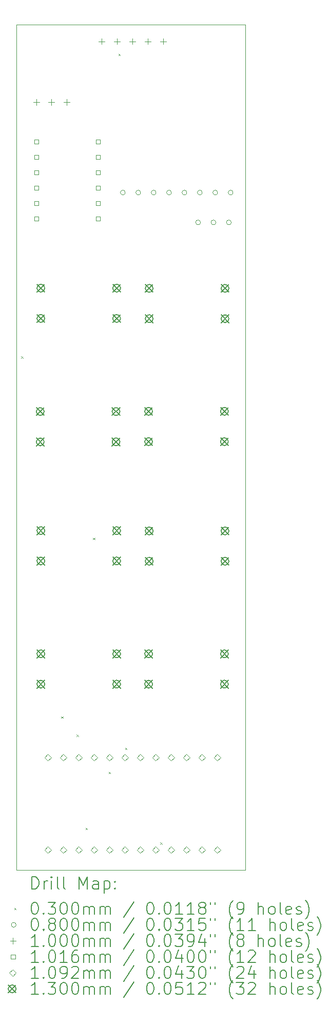
<source format=gbr>
%TF.GenerationSoftware,KiCad,Pcbnew,8.0.6*%
%TF.CreationDate,2025-02-23T20:10:18-06:00*%
%TF.ProjectId,fullycustomcontrolle one hand,66756c6c-7963-4757-9374-6f6d636f6e74,rev?*%
%TF.SameCoordinates,Original*%
%TF.FileFunction,Drillmap*%
%TF.FilePolarity,Positive*%
%FSLAX45Y45*%
G04 Gerber Fmt 4.5, Leading zero omitted, Abs format (unit mm)*
G04 Created by KiCad (PCBNEW 8.0.6) date 2025-02-23 20:10:18*
%MOMM*%
%LPD*%
G01*
G04 APERTURE LIST*
%ADD10C,0.050000*%
%ADD11C,0.200000*%
%ADD12C,0.100000*%
%ADD13C,0.101600*%
%ADD14C,0.109220*%
%ADD15C,0.130000*%
G04 APERTURE END LIST*
D10*
X17575000Y-2325000D02*
X21350000Y-2325000D01*
X21350000Y-16267500D01*
X17575000Y-16267500D01*
X17575000Y-2325000D01*
D11*
D12*
X17657840Y-7795720D02*
X17687840Y-7825720D01*
X17687840Y-7795720D02*
X17657840Y-7825720D01*
X18317860Y-13737320D02*
X18347860Y-13767320D01*
X18347860Y-13737320D02*
X18317860Y-13767320D01*
X18571920Y-14034400D02*
X18601920Y-14064400D01*
X18601920Y-14034400D02*
X18571920Y-14064400D01*
X18717500Y-15572970D02*
X18747500Y-15602970D01*
X18747500Y-15572970D02*
X18717500Y-15602970D01*
X18840540Y-10791340D02*
X18870540Y-10821340D01*
X18870540Y-10791340D02*
X18840540Y-10821340D01*
X19098500Y-14649950D02*
X19128500Y-14679950D01*
X19128500Y-14649950D02*
X19098500Y-14679950D01*
X19261470Y-2806670D02*
X19291470Y-2836670D01*
X19291470Y-2806670D02*
X19261470Y-2836670D01*
X19369890Y-14252060D02*
X19399890Y-14282060D01*
X19399890Y-14252060D02*
X19369890Y-14282060D01*
X19951990Y-15813410D02*
X19981990Y-15843410D01*
X19981990Y-15813410D02*
X19951990Y-15843410D01*
X19373000Y-5095000D02*
G75*
G02*
X19293000Y-5095000I-40000J0D01*
G01*
X19293000Y-5095000D02*
G75*
G02*
X19373000Y-5095000I40000J0D01*
G01*
X19627000Y-5095000D02*
G75*
G02*
X19547000Y-5095000I-40000J0D01*
G01*
X19547000Y-5095000D02*
G75*
G02*
X19627000Y-5095000I40000J0D01*
G01*
X19881000Y-5095000D02*
G75*
G02*
X19801000Y-5095000I-40000J0D01*
G01*
X19801000Y-5095000D02*
G75*
G02*
X19881000Y-5095000I40000J0D01*
G01*
X20135000Y-5095000D02*
G75*
G02*
X20055000Y-5095000I-40000J0D01*
G01*
X20055000Y-5095000D02*
G75*
G02*
X20135000Y-5095000I40000J0D01*
G01*
X20389000Y-5095000D02*
G75*
G02*
X20309000Y-5095000I-40000J0D01*
G01*
X20309000Y-5095000D02*
G75*
G02*
X20389000Y-5095000I40000J0D01*
G01*
X20614000Y-5588000D02*
G75*
G02*
X20534000Y-5588000I-40000J0D01*
G01*
X20534000Y-5588000D02*
G75*
G02*
X20614000Y-5588000I40000J0D01*
G01*
X20643000Y-5095000D02*
G75*
G02*
X20563000Y-5095000I-40000J0D01*
G01*
X20563000Y-5095000D02*
G75*
G02*
X20643000Y-5095000I40000J0D01*
G01*
X20868000Y-5588000D02*
G75*
G02*
X20788000Y-5588000I-40000J0D01*
G01*
X20788000Y-5588000D02*
G75*
G02*
X20868000Y-5588000I40000J0D01*
G01*
X20897000Y-5095000D02*
G75*
G02*
X20817000Y-5095000I-40000J0D01*
G01*
X20817000Y-5095000D02*
G75*
G02*
X20897000Y-5095000I40000J0D01*
G01*
X21122000Y-5588000D02*
G75*
G02*
X21042000Y-5588000I-40000J0D01*
G01*
X21042000Y-5588000D02*
G75*
G02*
X21122000Y-5588000I40000J0D01*
G01*
X21151000Y-5095000D02*
G75*
G02*
X21071000Y-5095000I-40000J0D01*
G01*
X21071000Y-5095000D02*
G75*
G02*
X21151000Y-5095000I40000J0D01*
G01*
X17911000Y-3551500D02*
X17911000Y-3651500D01*
X17861000Y-3601500D02*
X17961000Y-3601500D01*
X18156000Y-3551500D02*
X18156000Y-3651500D01*
X18106000Y-3601500D02*
X18206000Y-3601500D01*
X18410000Y-3551500D02*
X18410000Y-3651500D01*
X18360000Y-3601500D02*
X18460000Y-3601500D01*
X18986500Y-2551000D02*
X18986500Y-2651000D01*
X18936500Y-2601000D02*
X19036500Y-2601000D01*
X19240500Y-2551000D02*
X19240500Y-2651000D01*
X19190500Y-2601000D02*
X19290500Y-2601000D01*
X19494500Y-2551000D02*
X19494500Y-2651000D01*
X19444500Y-2601000D02*
X19544500Y-2601000D01*
X19748500Y-2551000D02*
X19748500Y-2651000D01*
X19698500Y-2601000D02*
X19798500Y-2601000D01*
X20002500Y-2551000D02*
X20002500Y-2651000D01*
X19952500Y-2601000D02*
X20052500Y-2601000D01*
D13*
X17942921Y-4290421D02*
X17942921Y-4218579D01*
X17871079Y-4218579D01*
X17871079Y-4290421D01*
X17942921Y-4290421D01*
X17942921Y-4544421D02*
X17942921Y-4472579D01*
X17871079Y-4472579D01*
X17871079Y-4544421D01*
X17942921Y-4544421D01*
X17942921Y-4798421D02*
X17942921Y-4726579D01*
X17871079Y-4726579D01*
X17871079Y-4798421D01*
X17942921Y-4798421D01*
X17942921Y-5052421D02*
X17942921Y-4980579D01*
X17871079Y-4980579D01*
X17871079Y-5052421D01*
X17942921Y-5052421D01*
X17942921Y-5306421D02*
X17942921Y-5234579D01*
X17871079Y-5234579D01*
X17871079Y-5306421D01*
X17942921Y-5306421D01*
X17942921Y-5560421D02*
X17942921Y-5488579D01*
X17871079Y-5488579D01*
X17871079Y-5560421D01*
X17942921Y-5560421D01*
X18958921Y-4290421D02*
X18958921Y-4218579D01*
X18887079Y-4218579D01*
X18887079Y-4290421D01*
X18958921Y-4290421D01*
X18958921Y-4544421D02*
X18958921Y-4472579D01*
X18887079Y-4472579D01*
X18887079Y-4544421D01*
X18958921Y-4544421D01*
X18958921Y-4798421D02*
X18958921Y-4726579D01*
X18887079Y-4726579D01*
X18887079Y-4798421D01*
X18958921Y-4798421D01*
X18958921Y-5052421D02*
X18958921Y-4980579D01*
X18887079Y-4980579D01*
X18887079Y-5052421D01*
X18958921Y-5052421D01*
X18958921Y-5306421D02*
X18958921Y-5234579D01*
X18887079Y-5234579D01*
X18887079Y-5306421D01*
X18958921Y-5306421D01*
X18958921Y-5560421D02*
X18958921Y-5488579D01*
X18887079Y-5488579D01*
X18887079Y-5560421D01*
X18958921Y-5560421D01*
D14*
X18097500Y-14469110D02*
X18152110Y-14414500D01*
X18097500Y-14359890D01*
X18042890Y-14414500D01*
X18097500Y-14469110D01*
X18097500Y-15993110D02*
X18152110Y-15938500D01*
X18097500Y-15883890D01*
X18042890Y-15938500D01*
X18097500Y-15993110D01*
X18351500Y-14469110D02*
X18406110Y-14414500D01*
X18351500Y-14359890D01*
X18296890Y-14414500D01*
X18351500Y-14469110D01*
X18351500Y-15993110D02*
X18406110Y-15938500D01*
X18351500Y-15883890D01*
X18296890Y-15938500D01*
X18351500Y-15993110D01*
X18605500Y-14469110D02*
X18660110Y-14414500D01*
X18605500Y-14359890D01*
X18550890Y-14414500D01*
X18605500Y-14469110D01*
X18605500Y-15993110D02*
X18660110Y-15938500D01*
X18605500Y-15883890D01*
X18550890Y-15938500D01*
X18605500Y-15993110D01*
X18859500Y-14469110D02*
X18914110Y-14414500D01*
X18859500Y-14359890D01*
X18804890Y-14414500D01*
X18859500Y-14469110D01*
X18859500Y-15993110D02*
X18914110Y-15938500D01*
X18859500Y-15883890D01*
X18804890Y-15938500D01*
X18859500Y-15993110D01*
X19113500Y-14469110D02*
X19168110Y-14414500D01*
X19113500Y-14359890D01*
X19058890Y-14414500D01*
X19113500Y-14469110D01*
X19113500Y-15993110D02*
X19168110Y-15938500D01*
X19113500Y-15883890D01*
X19058890Y-15938500D01*
X19113500Y-15993110D01*
X19367500Y-14469110D02*
X19422110Y-14414500D01*
X19367500Y-14359890D01*
X19312890Y-14414500D01*
X19367500Y-14469110D01*
X19367500Y-15993110D02*
X19422110Y-15938500D01*
X19367500Y-15883890D01*
X19312890Y-15938500D01*
X19367500Y-15993110D01*
X19621500Y-14469110D02*
X19676110Y-14414500D01*
X19621500Y-14359890D01*
X19566890Y-14414500D01*
X19621500Y-14469110D01*
X19621500Y-15993110D02*
X19676110Y-15938500D01*
X19621500Y-15883890D01*
X19566890Y-15938500D01*
X19621500Y-15993110D01*
X19875500Y-14469110D02*
X19930110Y-14414500D01*
X19875500Y-14359890D01*
X19820890Y-14414500D01*
X19875500Y-14469110D01*
X19875500Y-15993110D02*
X19930110Y-15938500D01*
X19875500Y-15883890D01*
X19820890Y-15938500D01*
X19875500Y-15993110D01*
X20129500Y-14469110D02*
X20184110Y-14414500D01*
X20129500Y-14359890D01*
X20074890Y-14414500D01*
X20129500Y-14469110D01*
X20129500Y-15993110D02*
X20184110Y-15938500D01*
X20129500Y-15883890D01*
X20074890Y-15938500D01*
X20129500Y-15993110D01*
X20383500Y-14469110D02*
X20438110Y-14414500D01*
X20383500Y-14359890D01*
X20328890Y-14414500D01*
X20383500Y-14469110D01*
X20383500Y-15993110D02*
X20438110Y-15938500D01*
X20383500Y-15883890D01*
X20328890Y-15938500D01*
X20383500Y-15993110D01*
X20637500Y-14469110D02*
X20692110Y-14414500D01*
X20637500Y-14359890D01*
X20582890Y-14414500D01*
X20637500Y-14469110D01*
X20637500Y-15993110D02*
X20692110Y-15938500D01*
X20637500Y-15883890D01*
X20582890Y-15938500D01*
X20637500Y-15993110D01*
X20891500Y-14469110D02*
X20946110Y-14414500D01*
X20891500Y-14359890D01*
X20836890Y-14414500D01*
X20891500Y-14469110D01*
X20891500Y-15993110D02*
X20946110Y-15938500D01*
X20891500Y-15883890D01*
X20836890Y-15938500D01*
X20891500Y-15993110D01*
D15*
X17905500Y-8642500D02*
X18035500Y-8772500D01*
X18035500Y-8642500D02*
X17905500Y-8772500D01*
X18035500Y-8707500D02*
G75*
G02*
X17905500Y-8707500I-65000J0D01*
G01*
X17905500Y-8707500D02*
G75*
G02*
X18035500Y-8707500I65000J0D01*
G01*
X17905500Y-9142500D02*
X18035500Y-9272500D01*
X18035500Y-9142500D02*
X17905500Y-9272500D01*
X18035500Y-9207500D02*
G75*
G02*
X17905500Y-9207500I-65000J0D01*
G01*
X17905500Y-9207500D02*
G75*
G02*
X18035500Y-9207500I65000J0D01*
G01*
X17915500Y-6606500D02*
X18045500Y-6736500D01*
X18045500Y-6606500D02*
X17915500Y-6736500D01*
X18045500Y-6671500D02*
G75*
G02*
X17915500Y-6671500I-65000J0D01*
G01*
X17915500Y-6671500D02*
G75*
G02*
X18045500Y-6671500I65000J0D01*
G01*
X17915500Y-7106500D02*
X18045500Y-7236500D01*
X18045500Y-7106500D02*
X17915500Y-7236500D01*
X18045500Y-7171500D02*
G75*
G02*
X17915500Y-7171500I-65000J0D01*
G01*
X17915500Y-7171500D02*
G75*
G02*
X18045500Y-7171500I65000J0D01*
G01*
X17915500Y-10607000D02*
X18045500Y-10737000D01*
X18045500Y-10607000D02*
X17915500Y-10737000D01*
X18045500Y-10672000D02*
G75*
G02*
X17915500Y-10672000I-65000J0D01*
G01*
X17915500Y-10672000D02*
G75*
G02*
X18045500Y-10672000I65000J0D01*
G01*
X17915500Y-11107000D02*
X18045500Y-11237000D01*
X18045500Y-11107000D02*
X17915500Y-11237000D01*
X18045500Y-11172000D02*
G75*
G02*
X17915500Y-11172000I-65000J0D01*
G01*
X17915500Y-11172000D02*
G75*
G02*
X18045500Y-11172000I65000J0D01*
G01*
X17915500Y-12639000D02*
X18045500Y-12769000D01*
X18045500Y-12639000D02*
X17915500Y-12769000D01*
X18045500Y-12704000D02*
G75*
G02*
X17915500Y-12704000I-65000J0D01*
G01*
X17915500Y-12704000D02*
G75*
G02*
X18045500Y-12704000I65000J0D01*
G01*
X17915500Y-13139000D02*
X18045500Y-13269000D01*
X18045500Y-13139000D02*
X17915500Y-13269000D01*
X18045500Y-13204000D02*
G75*
G02*
X17915500Y-13204000I-65000J0D01*
G01*
X17915500Y-13204000D02*
G75*
G02*
X18045500Y-13204000I65000J0D01*
G01*
X19155500Y-8642500D02*
X19285500Y-8772500D01*
X19285500Y-8642500D02*
X19155500Y-8772500D01*
X19285500Y-8707500D02*
G75*
G02*
X19155500Y-8707500I-65000J0D01*
G01*
X19155500Y-8707500D02*
G75*
G02*
X19285500Y-8707500I65000J0D01*
G01*
X19155500Y-9142500D02*
X19285500Y-9272500D01*
X19285500Y-9142500D02*
X19155500Y-9272500D01*
X19285500Y-9207500D02*
G75*
G02*
X19155500Y-9207500I-65000J0D01*
G01*
X19155500Y-9207500D02*
G75*
G02*
X19285500Y-9207500I65000J0D01*
G01*
X19165500Y-6606500D02*
X19295500Y-6736500D01*
X19295500Y-6606500D02*
X19165500Y-6736500D01*
X19295500Y-6671500D02*
G75*
G02*
X19165500Y-6671500I-65000J0D01*
G01*
X19165500Y-6671500D02*
G75*
G02*
X19295500Y-6671500I65000J0D01*
G01*
X19165500Y-7106500D02*
X19295500Y-7236500D01*
X19295500Y-7106500D02*
X19165500Y-7236500D01*
X19295500Y-7171500D02*
G75*
G02*
X19165500Y-7171500I-65000J0D01*
G01*
X19165500Y-7171500D02*
G75*
G02*
X19295500Y-7171500I65000J0D01*
G01*
X19165500Y-10607000D02*
X19295500Y-10737000D01*
X19295500Y-10607000D02*
X19165500Y-10737000D01*
X19295500Y-10672000D02*
G75*
G02*
X19165500Y-10672000I-65000J0D01*
G01*
X19165500Y-10672000D02*
G75*
G02*
X19295500Y-10672000I65000J0D01*
G01*
X19165500Y-11107000D02*
X19295500Y-11237000D01*
X19295500Y-11107000D02*
X19165500Y-11237000D01*
X19295500Y-11172000D02*
G75*
G02*
X19165500Y-11172000I-65000J0D01*
G01*
X19165500Y-11172000D02*
G75*
G02*
X19295500Y-11172000I65000J0D01*
G01*
X19165500Y-12639000D02*
X19295500Y-12769000D01*
X19295500Y-12639000D02*
X19165500Y-12769000D01*
X19295500Y-12704000D02*
G75*
G02*
X19165500Y-12704000I-65000J0D01*
G01*
X19165500Y-12704000D02*
G75*
G02*
X19295500Y-12704000I65000J0D01*
G01*
X19165500Y-13139000D02*
X19295500Y-13269000D01*
X19295500Y-13139000D02*
X19165500Y-13269000D01*
X19295500Y-13204000D02*
G75*
G02*
X19165500Y-13204000I-65000J0D01*
G01*
X19165500Y-13204000D02*
G75*
G02*
X19295500Y-13204000I65000J0D01*
G01*
X19693500Y-8638500D02*
X19823500Y-8768500D01*
X19823500Y-8638500D02*
X19693500Y-8768500D01*
X19823500Y-8703500D02*
G75*
G02*
X19693500Y-8703500I-65000J0D01*
G01*
X19693500Y-8703500D02*
G75*
G02*
X19823500Y-8703500I65000J0D01*
G01*
X19693500Y-9138500D02*
X19823500Y-9268500D01*
X19823500Y-9138500D02*
X19693500Y-9268500D01*
X19823500Y-9203500D02*
G75*
G02*
X19693500Y-9203500I-65000J0D01*
G01*
X19693500Y-9203500D02*
G75*
G02*
X19823500Y-9203500I65000J0D01*
G01*
X19693500Y-12639000D02*
X19823500Y-12769000D01*
X19823500Y-12639000D02*
X19693500Y-12769000D01*
X19823500Y-12704000D02*
G75*
G02*
X19693500Y-12704000I-65000J0D01*
G01*
X19693500Y-12704000D02*
G75*
G02*
X19823500Y-12704000I65000J0D01*
G01*
X19693500Y-13139000D02*
X19823500Y-13269000D01*
X19823500Y-13139000D02*
X19693500Y-13269000D01*
X19823500Y-13204000D02*
G75*
G02*
X19693500Y-13204000I-65000J0D01*
G01*
X19693500Y-13204000D02*
G75*
G02*
X19823500Y-13204000I65000J0D01*
G01*
X19703500Y-6610500D02*
X19833500Y-6740500D01*
X19833500Y-6610500D02*
X19703500Y-6740500D01*
X19833500Y-6675500D02*
G75*
G02*
X19703500Y-6675500I-65000J0D01*
G01*
X19703500Y-6675500D02*
G75*
G02*
X19833500Y-6675500I65000J0D01*
G01*
X19703500Y-7110500D02*
X19833500Y-7240500D01*
X19833500Y-7110500D02*
X19703500Y-7240500D01*
X19833500Y-7175500D02*
G75*
G02*
X19703500Y-7175500I-65000J0D01*
G01*
X19703500Y-7175500D02*
G75*
G02*
X19833500Y-7175500I65000J0D01*
G01*
X19703500Y-10611000D02*
X19833500Y-10741000D01*
X19833500Y-10611000D02*
X19703500Y-10741000D01*
X19833500Y-10676000D02*
G75*
G02*
X19703500Y-10676000I-65000J0D01*
G01*
X19703500Y-10676000D02*
G75*
G02*
X19833500Y-10676000I65000J0D01*
G01*
X19703500Y-11111000D02*
X19833500Y-11241000D01*
X19833500Y-11111000D02*
X19703500Y-11241000D01*
X19833500Y-11176000D02*
G75*
G02*
X19703500Y-11176000I-65000J0D01*
G01*
X19703500Y-11176000D02*
G75*
G02*
X19833500Y-11176000I65000J0D01*
G01*
X20943500Y-8638500D02*
X21073500Y-8768500D01*
X21073500Y-8638500D02*
X20943500Y-8768500D01*
X21073500Y-8703500D02*
G75*
G02*
X20943500Y-8703500I-65000J0D01*
G01*
X20943500Y-8703500D02*
G75*
G02*
X21073500Y-8703500I65000J0D01*
G01*
X20943500Y-9138500D02*
X21073500Y-9268500D01*
X21073500Y-9138500D02*
X20943500Y-9268500D01*
X21073500Y-9203500D02*
G75*
G02*
X20943500Y-9203500I-65000J0D01*
G01*
X20943500Y-9203500D02*
G75*
G02*
X21073500Y-9203500I65000J0D01*
G01*
X20943500Y-12639000D02*
X21073500Y-12769000D01*
X21073500Y-12639000D02*
X20943500Y-12769000D01*
X21073500Y-12704000D02*
G75*
G02*
X20943500Y-12704000I-65000J0D01*
G01*
X20943500Y-12704000D02*
G75*
G02*
X21073500Y-12704000I65000J0D01*
G01*
X20943500Y-13139000D02*
X21073500Y-13269000D01*
X21073500Y-13139000D02*
X20943500Y-13269000D01*
X21073500Y-13204000D02*
G75*
G02*
X20943500Y-13204000I-65000J0D01*
G01*
X20943500Y-13204000D02*
G75*
G02*
X21073500Y-13204000I65000J0D01*
G01*
X20953500Y-6610500D02*
X21083500Y-6740500D01*
X21083500Y-6610500D02*
X20953500Y-6740500D01*
X21083500Y-6675500D02*
G75*
G02*
X20953500Y-6675500I-65000J0D01*
G01*
X20953500Y-6675500D02*
G75*
G02*
X21083500Y-6675500I65000J0D01*
G01*
X20953500Y-7110500D02*
X21083500Y-7240500D01*
X21083500Y-7110500D02*
X20953500Y-7240500D01*
X21083500Y-7175500D02*
G75*
G02*
X20953500Y-7175500I-65000J0D01*
G01*
X20953500Y-7175500D02*
G75*
G02*
X21083500Y-7175500I65000J0D01*
G01*
X20953500Y-10611000D02*
X21083500Y-10741000D01*
X21083500Y-10611000D02*
X20953500Y-10741000D01*
X21083500Y-10676000D02*
G75*
G02*
X20953500Y-10676000I-65000J0D01*
G01*
X20953500Y-10676000D02*
G75*
G02*
X21083500Y-10676000I65000J0D01*
G01*
X20953500Y-11111000D02*
X21083500Y-11241000D01*
X21083500Y-11111000D02*
X20953500Y-11241000D01*
X21083500Y-11176000D02*
G75*
G02*
X20953500Y-11176000I-65000J0D01*
G01*
X20953500Y-11176000D02*
G75*
G02*
X21083500Y-11176000I65000J0D01*
G01*
D11*
X17833277Y-16581484D02*
X17833277Y-16381484D01*
X17833277Y-16381484D02*
X17880896Y-16381484D01*
X17880896Y-16381484D02*
X17909467Y-16391008D01*
X17909467Y-16391008D02*
X17928515Y-16410055D01*
X17928515Y-16410055D02*
X17938039Y-16429103D01*
X17938039Y-16429103D02*
X17947563Y-16467198D01*
X17947563Y-16467198D02*
X17947563Y-16495769D01*
X17947563Y-16495769D02*
X17938039Y-16533865D01*
X17938039Y-16533865D02*
X17928515Y-16552912D01*
X17928515Y-16552912D02*
X17909467Y-16571960D01*
X17909467Y-16571960D02*
X17880896Y-16581484D01*
X17880896Y-16581484D02*
X17833277Y-16581484D01*
X18033277Y-16581484D02*
X18033277Y-16448150D01*
X18033277Y-16486246D02*
X18042801Y-16467198D01*
X18042801Y-16467198D02*
X18052324Y-16457674D01*
X18052324Y-16457674D02*
X18071372Y-16448150D01*
X18071372Y-16448150D02*
X18090420Y-16448150D01*
X18157086Y-16581484D02*
X18157086Y-16448150D01*
X18157086Y-16381484D02*
X18147563Y-16391008D01*
X18147563Y-16391008D02*
X18157086Y-16400531D01*
X18157086Y-16400531D02*
X18166610Y-16391008D01*
X18166610Y-16391008D02*
X18157086Y-16381484D01*
X18157086Y-16381484D02*
X18157086Y-16400531D01*
X18280896Y-16581484D02*
X18261848Y-16571960D01*
X18261848Y-16571960D02*
X18252324Y-16552912D01*
X18252324Y-16552912D02*
X18252324Y-16381484D01*
X18385658Y-16581484D02*
X18366610Y-16571960D01*
X18366610Y-16571960D02*
X18357086Y-16552912D01*
X18357086Y-16552912D02*
X18357086Y-16381484D01*
X18614229Y-16581484D02*
X18614229Y-16381484D01*
X18614229Y-16381484D02*
X18680896Y-16524341D01*
X18680896Y-16524341D02*
X18747563Y-16381484D01*
X18747563Y-16381484D02*
X18747563Y-16581484D01*
X18928515Y-16581484D02*
X18928515Y-16476722D01*
X18928515Y-16476722D02*
X18918991Y-16457674D01*
X18918991Y-16457674D02*
X18899944Y-16448150D01*
X18899944Y-16448150D02*
X18861848Y-16448150D01*
X18861848Y-16448150D02*
X18842801Y-16457674D01*
X18928515Y-16571960D02*
X18909467Y-16581484D01*
X18909467Y-16581484D02*
X18861848Y-16581484D01*
X18861848Y-16581484D02*
X18842801Y-16571960D01*
X18842801Y-16571960D02*
X18833277Y-16552912D01*
X18833277Y-16552912D02*
X18833277Y-16533865D01*
X18833277Y-16533865D02*
X18842801Y-16514817D01*
X18842801Y-16514817D02*
X18861848Y-16505293D01*
X18861848Y-16505293D02*
X18909467Y-16505293D01*
X18909467Y-16505293D02*
X18928515Y-16495769D01*
X19023753Y-16448150D02*
X19023753Y-16648150D01*
X19023753Y-16457674D02*
X19042801Y-16448150D01*
X19042801Y-16448150D02*
X19080896Y-16448150D01*
X19080896Y-16448150D02*
X19099944Y-16457674D01*
X19099944Y-16457674D02*
X19109467Y-16467198D01*
X19109467Y-16467198D02*
X19118991Y-16486246D01*
X19118991Y-16486246D02*
X19118991Y-16543388D01*
X19118991Y-16543388D02*
X19109467Y-16562436D01*
X19109467Y-16562436D02*
X19099944Y-16571960D01*
X19099944Y-16571960D02*
X19080896Y-16581484D01*
X19080896Y-16581484D02*
X19042801Y-16581484D01*
X19042801Y-16581484D02*
X19023753Y-16571960D01*
X19204705Y-16562436D02*
X19214229Y-16571960D01*
X19214229Y-16571960D02*
X19204705Y-16581484D01*
X19204705Y-16581484D02*
X19195182Y-16571960D01*
X19195182Y-16571960D02*
X19204705Y-16562436D01*
X19204705Y-16562436D02*
X19204705Y-16581484D01*
X19204705Y-16457674D02*
X19214229Y-16467198D01*
X19214229Y-16467198D02*
X19204705Y-16476722D01*
X19204705Y-16476722D02*
X19195182Y-16467198D01*
X19195182Y-16467198D02*
X19204705Y-16457674D01*
X19204705Y-16457674D02*
X19204705Y-16476722D01*
D12*
X17542500Y-16895000D02*
X17572500Y-16925000D01*
X17572500Y-16895000D02*
X17542500Y-16925000D01*
D11*
X17871372Y-16801484D02*
X17890420Y-16801484D01*
X17890420Y-16801484D02*
X17909467Y-16811008D01*
X17909467Y-16811008D02*
X17918991Y-16820531D01*
X17918991Y-16820531D02*
X17928515Y-16839579D01*
X17928515Y-16839579D02*
X17938039Y-16877674D01*
X17938039Y-16877674D02*
X17938039Y-16925293D01*
X17938039Y-16925293D02*
X17928515Y-16963389D01*
X17928515Y-16963389D02*
X17918991Y-16982436D01*
X17918991Y-16982436D02*
X17909467Y-16991960D01*
X17909467Y-16991960D02*
X17890420Y-17001484D01*
X17890420Y-17001484D02*
X17871372Y-17001484D01*
X17871372Y-17001484D02*
X17852324Y-16991960D01*
X17852324Y-16991960D02*
X17842801Y-16982436D01*
X17842801Y-16982436D02*
X17833277Y-16963389D01*
X17833277Y-16963389D02*
X17823753Y-16925293D01*
X17823753Y-16925293D02*
X17823753Y-16877674D01*
X17823753Y-16877674D02*
X17833277Y-16839579D01*
X17833277Y-16839579D02*
X17842801Y-16820531D01*
X17842801Y-16820531D02*
X17852324Y-16811008D01*
X17852324Y-16811008D02*
X17871372Y-16801484D01*
X18023753Y-16982436D02*
X18033277Y-16991960D01*
X18033277Y-16991960D02*
X18023753Y-17001484D01*
X18023753Y-17001484D02*
X18014229Y-16991960D01*
X18014229Y-16991960D02*
X18023753Y-16982436D01*
X18023753Y-16982436D02*
X18023753Y-17001484D01*
X18099944Y-16801484D02*
X18223753Y-16801484D01*
X18223753Y-16801484D02*
X18157086Y-16877674D01*
X18157086Y-16877674D02*
X18185658Y-16877674D01*
X18185658Y-16877674D02*
X18204705Y-16887198D01*
X18204705Y-16887198D02*
X18214229Y-16896722D01*
X18214229Y-16896722D02*
X18223753Y-16915770D01*
X18223753Y-16915770D02*
X18223753Y-16963389D01*
X18223753Y-16963389D02*
X18214229Y-16982436D01*
X18214229Y-16982436D02*
X18204705Y-16991960D01*
X18204705Y-16991960D02*
X18185658Y-17001484D01*
X18185658Y-17001484D02*
X18128515Y-17001484D01*
X18128515Y-17001484D02*
X18109467Y-16991960D01*
X18109467Y-16991960D02*
X18099944Y-16982436D01*
X18347563Y-16801484D02*
X18366610Y-16801484D01*
X18366610Y-16801484D02*
X18385658Y-16811008D01*
X18385658Y-16811008D02*
X18395182Y-16820531D01*
X18395182Y-16820531D02*
X18404705Y-16839579D01*
X18404705Y-16839579D02*
X18414229Y-16877674D01*
X18414229Y-16877674D02*
X18414229Y-16925293D01*
X18414229Y-16925293D02*
X18404705Y-16963389D01*
X18404705Y-16963389D02*
X18395182Y-16982436D01*
X18395182Y-16982436D02*
X18385658Y-16991960D01*
X18385658Y-16991960D02*
X18366610Y-17001484D01*
X18366610Y-17001484D02*
X18347563Y-17001484D01*
X18347563Y-17001484D02*
X18328515Y-16991960D01*
X18328515Y-16991960D02*
X18318991Y-16982436D01*
X18318991Y-16982436D02*
X18309467Y-16963389D01*
X18309467Y-16963389D02*
X18299944Y-16925293D01*
X18299944Y-16925293D02*
X18299944Y-16877674D01*
X18299944Y-16877674D02*
X18309467Y-16839579D01*
X18309467Y-16839579D02*
X18318991Y-16820531D01*
X18318991Y-16820531D02*
X18328515Y-16811008D01*
X18328515Y-16811008D02*
X18347563Y-16801484D01*
X18538039Y-16801484D02*
X18557086Y-16801484D01*
X18557086Y-16801484D02*
X18576134Y-16811008D01*
X18576134Y-16811008D02*
X18585658Y-16820531D01*
X18585658Y-16820531D02*
X18595182Y-16839579D01*
X18595182Y-16839579D02*
X18604705Y-16877674D01*
X18604705Y-16877674D02*
X18604705Y-16925293D01*
X18604705Y-16925293D02*
X18595182Y-16963389D01*
X18595182Y-16963389D02*
X18585658Y-16982436D01*
X18585658Y-16982436D02*
X18576134Y-16991960D01*
X18576134Y-16991960D02*
X18557086Y-17001484D01*
X18557086Y-17001484D02*
X18538039Y-17001484D01*
X18538039Y-17001484D02*
X18518991Y-16991960D01*
X18518991Y-16991960D02*
X18509467Y-16982436D01*
X18509467Y-16982436D02*
X18499944Y-16963389D01*
X18499944Y-16963389D02*
X18490420Y-16925293D01*
X18490420Y-16925293D02*
X18490420Y-16877674D01*
X18490420Y-16877674D02*
X18499944Y-16839579D01*
X18499944Y-16839579D02*
X18509467Y-16820531D01*
X18509467Y-16820531D02*
X18518991Y-16811008D01*
X18518991Y-16811008D02*
X18538039Y-16801484D01*
X18690420Y-17001484D02*
X18690420Y-16868150D01*
X18690420Y-16887198D02*
X18699944Y-16877674D01*
X18699944Y-16877674D02*
X18718991Y-16868150D01*
X18718991Y-16868150D02*
X18747563Y-16868150D01*
X18747563Y-16868150D02*
X18766610Y-16877674D01*
X18766610Y-16877674D02*
X18776134Y-16896722D01*
X18776134Y-16896722D02*
X18776134Y-17001484D01*
X18776134Y-16896722D02*
X18785658Y-16877674D01*
X18785658Y-16877674D02*
X18804705Y-16868150D01*
X18804705Y-16868150D02*
X18833277Y-16868150D01*
X18833277Y-16868150D02*
X18852325Y-16877674D01*
X18852325Y-16877674D02*
X18861848Y-16896722D01*
X18861848Y-16896722D02*
X18861848Y-17001484D01*
X18957086Y-17001484D02*
X18957086Y-16868150D01*
X18957086Y-16887198D02*
X18966610Y-16877674D01*
X18966610Y-16877674D02*
X18985658Y-16868150D01*
X18985658Y-16868150D02*
X19014229Y-16868150D01*
X19014229Y-16868150D02*
X19033277Y-16877674D01*
X19033277Y-16877674D02*
X19042801Y-16896722D01*
X19042801Y-16896722D02*
X19042801Y-17001484D01*
X19042801Y-16896722D02*
X19052325Y-16877674D01*
X19052325Y-16877674D02*
X19071372Y-16868150D01*
X19071372Y-16868150D02*
X19099944Y-16868150D01*
X19099944Y-16868150D02*
X19118991Y-16877674D01*
X19118991Y-16877674D02*
X19128515Y-16896722D01*
X19128515Y-16896722D02*
X19128515Y-17001484D01*
X19518991Y-16791960D02*
X19347563Y-17049103D01*
X19776134Y-16801484D02*
X19795182Y-16801484D01*
X19795182Y-16801484D02*
X19814229Y-16811008D01*
X19814229Y-16811008D02*
X19823753Y-16820531D01*
X19823753Y-16820531D02*
X19833277Y-16839579D01*
X19833277Y-16839579D02*
X19842801Y-16877674D01*
X19842801Y-16877674D02*
X19842801Y-16925293D01*
X19842801Y-16925293D02*
X19833277Y-16963389D01*
X19833277Y-16963389D02*
X19823753Y-16982436D01*
X19823753Y-16982436D02*
X19814229Y-16991960D01*
X19814229Y-16991960D02*
X19795182Y-17001484D01*
X19795182Y-17001484D02*
X19776134Y-17001484D01*
X19776134Y-17001484D02*
X19757087Y-16991960D01*
X19757087Y-16991960D02*
X19747563Y-16982436D01*
X19747563Y-16982436D02*
X19738039Y-16963389D01*
X19738039Y-16963389D02*
X19728515Y-16925293D01*
X19728515Y-16925293D02*
X19728515Y-16877674D01*
X19728515Y-16877674D02*
X19738039Y-16839579D01*
X19738039Y-16839579D02*
X19747563Y-16820531D01*
X19747563Y-16820531D02*
X19757087Y-16811008D01*
X19757087Y-16811008D02*
X19776134Y-16801484D01*
X19928515Y-16982436D02*
X19938039Y-16991960D01*
X19938039Y-16991960D02*
X19928515Y-17001484D01*
X19928515Y-17001484D02*
X19918991Y-16991960D01*
X19918991Y-16991960D02*
X19928515Y-16982436D01*
X19928515Y-16982436D02*
X19928515Y-17001484D01*
X20061848Y-16801484D02*
X20080896Y-16801484D01*
X20080896Y-16801484D02*
X20099944Y-16811008D01*
X20099944Y-16811008D02*
X20109468Y-16820531D01*
X20109468Y-16820531D02*
X20118991Y-16839579D01*
X20118991Y-16839579D02*
X20128515Y-16877674D01*
X20128515Y-16877674D02*
X20128515Y-16925293D01*
X20128515Y-16925293D02*
X20118991Y-16963389D01*
X20118991Y-16963389D02*
X20109468Y-16982436D01*
X20109468Y-16982436D02*
X20099944Y-16991960D01*
X20099944Y-16991960D02*
X20080896Y-17001484D01*
X20080896Y-17001484D02*
X20061848Y-17001484D01*
X20061848Y-17001484D02*
X20042801Y-16991960D01*
X20042801Y-16991960D02*
X20033277Y-16982436D01*
X20033277Y-16982436D02*
X20023753Y-16963389D01*
X20023753Y-16963389D02*
X20014229Y-16925293D01*
X20014229Y-16925293D02*
X20014229Y-16877674D01*
X20014229Y-16877674D02*
X20023753Y-16839579D01*
X20023753Y-16839579D02*
X20033277Y-16820531D01*
X20033277Y-16820531D02*
X20042801Y-16811008D01*
X20042801Y-16811008D02*
X20061848Y-16801484D01*
X20318991Y-17001484D02*
X20204706Y-17001484D01*
X20261848Y-17001484D02*
X20261848Y-16801484D01*
X20261848Y-16801484D02*
X20242801Y-16830055D01*
X20242801Y-16830055D02*
X20223753Y-16849103D01*
X20223753Y-16849103D02*
X20204706Y-16858627D01*
X20509468Y-17001484D02*
X20395182Y-17001484D01*
X20452325Y-17001484D02*
X20452325Y-16801484D01*
X20452325Y-16801484D02*
X20433277Y-16830055D01*
X20433277Y-16830055D02*
X20414229Y-16849103D01*
X20414229Y-16849103D02*
X20395182Y-16858627D01*
X20623753Y-16887198D02*
X20604706Y-16877674D01*
X20604706Y-16877674D02*
X20595182Y-16868150D01*
X20595182Y-16868150D02*
X20585658Y-16849103D01*
X20585658Y-16849103D02*
X20585658Y-16839579D01*
X20585658Y-16839579D02*
X20595182Y-16820531D01*
X20595182Y-16820531D02*
X20604706Y-16811008D01*
X20604706Y-16811008D02*
X20623753Y-16801484D01*
X20623753Y-16801484D02*
X20661849Y-16801484D01*
X20661849Y-16801484D02*
X20680896Y-16811008D01*
X20680896Y-16811008D02*
X20690420Y-16820531D01*
X20690420Y-16820531D02*
X20699944Y-16839579D01*
X20699944Y-16839579D02*
X20699944Y-16849103D01*
X20699944Y-16849103D02*
X20690420Y-16868150D01*
X20690420Y-16868150D02*
X20680896Y-16877674D01*
X20680896Y-16877674D02*
X20661849Y-16887198D01*
X20661849Y-16887198D02*
X20623753Y-16887198D01*
X20623753Y-16887198D02*
X20604706Y-16896722D01*
X20604706Y-16896722D02*
X20595182Y-16906246D01*
X20595182Y-16906246D02*
X20585658Y-16925293D01*
X20585658Y-16925293D02*
X20585658Y-16963389D01*
X20585658Y-16963389D02*
X20595182Y-16982436D01*
X20595182Y-16982436D02*
X20604706Y-16991960D01*
X20604706Y-16991960D02*
X20623753Y-17001484D01*
X20623753Y-17001484D02*
X20661849Y-17001484D01*
X20661849Y-17001484D02*
X20680896Y-16991960D01*
X20680896Y-16991960D02*
X20690420Y-16982436D01*
X20690420Y-16982436D02*
X20699944Y-16963389D01*
X20699944Y-16963389D02*
X20699944Y-16925293D01*
X20699944Y-16925293D02*
X20690420Y-16906246D01*
X20690420Y-16906246D02*
X20680896Y-16896722D01*
X20680896Y-16896722D02*
X20661849Y-16887198D01*
X20776134Y-16801484D02*
X20776134Y-16839579D01*
X20852325Y-16801484D02*
X20852325Y-16839579D01*
X21147563Y-17077674D02*
X21138039Y-17068150D01*
X21138039Y-17068150D02*
X21118991Y-17039579D01*
X21118991Y-17039579D02*
X21109468Y-17020531D01*
X21109468Y-17020531D02*
X21099944Y-16991960D01*
X21099944Y-16991960D02*
X21090420Y-16944341D01*
X21090420Y-16944341D02*
X21090420Y-16906246D01*
X21090420Y-16906246D02*
X21099944Y-16858627D01*
X21099944Y-16858627D02*
X21109468Y-16830055D01*
X21109468Y-16830055D02*
X21118991Y-16811008D01*
X21118991Y-16811008D02*
X21138039Y-16782436D01*
X21138039Y-16782436D02*
X21147563Y-16772912D01*
X21233277Y-17001484D02*
X21271372Y-17001484D01*
X21271372Y-17001484D02*
X21290420Y-16991960D01*
X21290420Y-16991960D02*
X21299944Y-16982436D01*
X21299944Y-16982436D02*
X21318991Y-16953865D01*
X21318991Y-16953865D02*
X21328515Y-16915770D01*
X21328515Y-16915770D02*
X21328515Y-16839579D01*
X21328515Y-16839579D02*
X21318991Y-16820531D01*
X21318991Y-16820531D02*
X21309468Y-16811008D01*
X21309468Y-16811008D02*
X21290420Y-16801484D01*
X21290420Y-16801484D02*
X21252325Y-16801484D01*
X21252325Y-16801484D02*
X21233277Y-16811008D01*
X21233277Y-16811008D02*
X21223753Y-16820531D01*
X21223753Y-16820531D02*
X21214230Y-16839579D01*
X21214230Y-16839579D02*
X21214230Y-16887198D01*
X21214230Y-16887198D02*
X21223753Y-16906246D01*
X21223753Y-16906246D02*
X21233277Y-16915770D01*
X21233277Y-16915770D02*
X21252325Y-16925293D01*
X21252325Y-16925293D02*
X21290420Y-16925293D01*
X21290420Y-16925293D02*
X21309468Y-16915770D01*
X21309468Y-16915770D02*
X21318991Y-16906246D01*
X21318991Y-16906246D02*
X21328515Y-16887198D01*
X21566611Y-17001484D02*
X21566611Y-16801484D01*
X21652325Y-17001484D02*
X21652325Y-16896722D01*
X21652325Y-16896722D02*
X21642801Y-16877674D01*
X21642801Y-16877674D02*
X21623753Y-16868150D01*
X21623753Y-16868150D02*
X21595182Y-16868150D01*
X21595182Y-16868150D02*
X21576134Y-16877674D01*
X21576134Y-16877674D02*
X21566611Y-16887198D01*
X21776134Y-17001484D02*
X21757087Y-16991960D01*
X21757087Y-16991960D02*
X21747563Y-16982436D01*
X21747563Y-16982436D02*
X21738039Y-16963389D01*
X21738039Y-16963389D02*
X21738039Y-16906246D01*
X21738039Y-16906246D02*
X21747563Y-16887198D01*
X21747563Y-16887198D02*
X21757087Y-16877674D01*
X21757087Y-16877674D02*
X21776134Y-16868150D01*
X21776134Y-16868150D02*
X21804706Y-16868150D01*
X21804706Y-16868150D02*
X21823753Y-16877674D01*
X21823753Y-16877674D02*
X21833277Y-16887198D01*
X21833277Y-16887198D02*
X21842801Y-16906246D01*
X21842801Y-16906246D02*
X21842801Y-16963389D01*
X21842801Y-16963389D02*
X21833277Y-16982436D01*
X21833277Y-16982436D02*
X21823753Y-16991960D01*
X21823753Y-16991960D02*
X21804706Y-17001484D01*
X21804706Y-17001484D02*
X21776134Y-17001484D01*
X21957087Y-17001484D02*
X21938039Y-16991960D01*
X21938039Y-16991960D02*
X21928515Y-16972912D01*
X21928515Y-16972912D02*
X21928515Y-16801484D01*
X22109468Y-16991960D02*
X22090420Y-17001484D01*
X22090420Y-17001484D02*
X22052325Y-17001484D01*
X22052325Y-17001484D02*
X22033277Y-16991960D01*
X22033277Y-16991960D02*
X22023753Y-16972912D01*
X22023753Y-16972912D02*
X22023753Y-16896722D01*
X22023753Y-16896722D02*
X22033277Y-16877674D01*
X22033277Y-16877674D02*
X22052325Y-16868150D01*
X22052325Y-16868150D02*
X22090420Y-16868150D01*
X22090420Y-16868150D02*
X22109468Y-16877674D01*
X22109468Y-16877674D02*
X22118992Y-16896722D01*
X22118992Y-16896722D02*
X22118992Y-16915770D01*
X22118992Y-16915770D02*
X22023753Y-16934817D01*
X22195182Y-16991960D02*
X22214230Y-17001484D01*
X22214230Y-17001484D02*
X22252325Y-17001484D01*
X22252325Y-17001484D02*
X22271373Y-16991960D01*
X22271373Y-16991960D02*
X22280896Y-16972912D01*
X22280896Y-16972912D02*
X22280896Y-16963389D01*
X22280896Y-16963389D02*
X22271373Y-16944341D01*
X22271373Y-16944341D02*
X22252325Y-16934817D01*
X22252325Y-16934817D02*
X22223753Y-16934817D01*
X22223753Y-16934817D02*
X22204706Y-16925293D01*
X22204706Y-16925293D02*
X22195182Y-16906246D01*
X22195182Y-16906246D02*
X22195182Y-16896722D01*
X22195182Y-16896722D02*
X22204706Y-16877674D01*
X22204706Y-16877674D02*
X22223753Y-16868150D01*
X22223753Y-16868150D02*
X22252325Y-16868150D01*
X22252325Y-16868150D02*
X22271373Y-16877674D01*
X22347563Y-17077674D02*
X22357087Y-17068150D01*
X22357087Y-17068150D02*
X22376134Y-17039579D01*
X22376134Y-17039579D02*
X22385658Y-17020531D01*
X22385658Y-17020531D02*
X22395182Y-16991960D01*
X22395182Y-16991960D02*
X22404706Y-16944341D01*
X22404706Y-16944341D02*
X22404706Y-16906246D01*
X22404706Y-16906246D02*
X22395182Y-16858627D01*
X22395182Y-16858627D02*
X22385658Y-16830055D01*
X22385658Y-16830055D02*
X22376134Y-16811008D01*
X22376134Y-16811008D02*
X22357087Y-16782436D01*
X22357087Y-16782436D02*
X22347563Y-16772912D01*
D12*
X17572500Y-17174000D02*
G75*
G02*
X17492500Y-17174000I-40000J0D01*
G01*
X17492500Y-17174000D02*
G75*
G02*
X17572500Y-17174000I40000J0D01*
G01*
D11*
X17871372Y-17065484D02*
X17890420Y-17065484D01*
X17890420Y-17065484D02*
X17909467Y-17075008D01*
X17909467Y-17075008D02*
X17918991Y-17084531D01*
X17918991Y-17084531D02*
X17928515Y-17103579D01*
X17928515Y-17103579D02*
X17938039Y-17141674D01*
X17938039Y-17141674D02*
X17938039Y-17189293D01*
X17938039Y-17189293D02*
X17928515Y-17227389D01*
X17928515Y-17227389D02*
X17918991Y-17246436D01*
X17918991Y-17246436D02*
X17909467Y-17255960D01*
X17909467Y-17255960D02*
X17890420Y-17265484D01*
X17890420Y-17265484D02*
X17871372Y-17265484D01*
X17871372Y-17265484D02*
X17852324Y-17255960D01*
X17852324Y-17255960D02*
X17842801Y-17246436D01*
X17842801Y-17246436D02*
X17833277Y-17227389D01*
X17833277Y-17227389D02*
X17823753Y-17189293D01*
X17823753Y-17189293D02*
X17823753Y-17141674D01*
X17823753Y-17141674D02*
X17833277Y-17103579D01*
X17833277Y-17103579D02*
X17842801Y-17084531D01*
X17842801Y-17084531D02*
X17852324Y-17075008D01*
X17852324Y-17075008D02*
X17871372Y-17065484D01*
X18023753Y-17246436D02*
X18033277Y-17255960D01*
X18033277Y-17255960D02*
X18023753Y-17265484D01*
X18023753Y-17265484D02*
X18014229Y-17255960D01*
X18014229Y-17255960D02*
X18023753Y-17246436D01*
X18023753Y-17246436D02*
X18023753Y-17265484D01*
X18147563Y-17151198D02*
X18128515Y-17141674D01*
X18128515Y-17141674D02*
X18118991Y-17132150D01*
X18118991Y-17132150D02*
X18109467Y-17113103D01*
X18109467Y-17113103D02*
X18109467Y-17103579D01*
X18109467Y-17103579D02*
X18118991Y-17084531D01*
X18118991Y-17084531D02*
X18128515Y-17075008D01*
X18128515Y-17075008D02*
X18147563Y-17065484D01*
X18147563Y-17065484D02*
X18185658Y-17065484D01*
X18185658Y-17065484D02*
X18204705Y-17075008D01*
X18204705Y-17075008D02*
X18214229Y-17084531D01*
X18214229Y-17084531D02*
X18223753Y-17103579D01*
X18223753Y-17103579D02*
X18223753Y-17113103D01*
X18223753Y-17113103D02*
X18214229Y-17132150D01*
X18214229Y-17132150D02*
X18204705Y-17141674D01*
X18204705Y-17141674D02*
X18185658Y-17151198D01*
X18185658Y-17151198D02*
X18147563Y-17151198D01*
X18147563Y-17151198D02*
X18128515Y-17160722D01*
X18128515Y-17160722D02*
X18118991Y-17170246D01*
X18118991Y-17170246D02*
X18109467Y-17189293D01*
X18109467Y-17189293D02*
X18109467Y-17227389D01*
X18109467Y-17227389D02*
X18118991Y-17246436D01*
X18118991Y-17246436D02*
X18128515Y-17255960D01*
X18128515Y-17255960D02*
X18147563Y-17265484D01*
X18147563Y-17265484D02*
X18185658Y-17265484D01*
X18185658Y-17265484D02*
X18204705Y-17255960D01*
X18204705Y-17255960D02*
X18214229Y-17246436D01*
X18214229Y-17246436D02*
X18223753Y-17227389D01*
X18223753Y-17227389D02*
X18223753Y-17189293D01*
X18223753Y-17189293D02*
X18214229Y-17170246D01*
X18214229Y-17170246D02*
X18204705Y-17160722D01*
X18204705Y-17160722D02*
X18185658Y-17151198D01*
X18347563Y-17065484D02*
X18366610Y-17065484D01*
X18366610Y-17065484D02*
X18385658Y-17075008D01*
X18385658Y-17075008D02*
X18395182Y-17084531D01*
X18395182Y-17084531D02*
X18404705Y-17103579D01*
X18404705Y-17103579D02*
X18414229Y-17141674D01*
X18414229Y-17141674D02*
X18414229Y-17189293D01*
X18414229Y-17189293D02*
X18404705Y-17227389D01*
X18404705Y-17227389D02*
X18395182Y-17246436D01*
X18395182Y-17246436D02*
X18385658Y-17255960D01*
X18385658Y-17255960D02*
X18366610Y-17265484D01*
X18366610Y-17265484D02*
X18347563Y-17265484D01*
X18347563Y-17265484D02*
X18328515Y-17255960D01*
X18328515Y-17255960D02*
X18318991Y-17246436D01*
X18318991Y-17246436D02*
X18309467Y-17227389D01*
X18309467Y-17227389D02*
X18299944Y-17189293D01*
X18299944Y-17189293D02*
X18299944Y-17141674D01*
X18299944Y-17141674D02*
X18309467Y-17103579D01*
X18309467Y-17103579D02*
X18318991Y-17084531D01*
X18318991Y-17084531D02*
X18328515Y-17075008D01*
X18328515Y-17075008D02*
X18347563Y-17065484D01*
X18538039Y-17065484D02*
X18557086Y-17065484D01*
X18557086Y-17065484D02*
X18576134Y-17075008D01*
X18576134Y-17075008D02*
X18585658Y-17084531D01*
X18585658Y-17084531D02*
X18595182Y-17103579D01*
X18595182Y-17103579D02*
X18604705Y-17141674D01*
X18604705Y-17141674D02*
X18604705Y-17189293D01*
X18604705Y-17189293D02*
X18595182Y-17227389D01*
X18595182Y-17227389D02*
X18585658Y-17246436D01*
X18585658Y-17246436D02*
X18576134Y-17255960D01*
X18576134Y-17255960D02*
X18557086Y-17265484D01*
X18557086Y-17265484D02*
X18538039Y-17265484D01*
X18538039Y-17265484D02*
X18518991Y-17255960D01*
X18518991Y-17255960D02*
X18509467Y-17246436D01*
X18509467Y-17246436D02*
X18499944Y-17227389D01*
X18499944Y-17227389D02*
X18490420Y-17189293D01*
X18490420Y-17189293D02*
X18490420Y-17141674D01*
X18490420Y-17141674D02*
X18499944Y-17103579D01*
X18499944Y-17103579D02*
X18509467Y-17084531D01*
X18509467Y-17084531D02*
X18518991Y-17075008D01*
X18518991Y-17075008D02*
X18538039Y-17065484D01*
X18690420Y-17265484D02*
X18690420Y-17132150D01*
X18690420Y-17151198D02*
X18699944Y-17141674D01*
X18699944Y-17141674D02*
X18718991Y-17132150D01*
X18718991Y-17132150D02*
X18747563Y-17132150D01*
X18747563Y-17132150D02*
X18766610Y-17141674D01*
X18766610Y-17141674D02*
X18776134Y-17160722D01*
X18776134Y-17160722D02*
X18776134Y-17265484D01*
X18776134Y-17160722D02*
X18785658Y-17141674D01*
X18785658Y-17141674D02*
X18804705Y-17132150D01*
X18804705Y-17132150D02*
X18833277Y-17132150D01*
X18833277Y-17132150D02*
X18852325Y-17141674D01*
X18852325Y-17141674D02*
X18861848Y-17160722D01*
X18861848Y-17160722D02*
X18861848Y-17265484D01*
X18957086Y-17265484D02*
X18957086Y-17132150D01*
X18957086Y-17151198D02*
X18966610Y-17141674D01*
X18966610Y-17141674D02*
X18985658Y-17132150D01*
X18985658Y-17132150D02*
X19014229Y-17132150D01*
X19014229Y-17132150D02*
X19033277Y-17141674D01*
X19033277Y-17141674D02*
X19042801Y-17160722D01*
X19042801Y-17160722D02*
X19042801Y-17265484D01*
X19042801Y-17160722D02*
X19052325Y-17141674D01*
X19052325Y-17141674D02*
X19071372Y-17132150D01*
X19071372Y-17132150D02*
X19099944Y-17132150D01*
X19099944Y-17132150D02*
X19118991Y-17141674D01*
X19118991Y-17141674D02*
X19128515Y-17160722D01*
X19128515Y-17160722D02*
X19128515Y-17265484D01*
X19518991Y-17055960D02*
X19347563Y-17313103D01*
X19776134Y-17065484D02*
X19795182Y-17065484D01*
X19795182Y-17065484D02*
X19814229Y-17075008D01*
X19814229Y-17075008D02*
X19823753Y-17084531D01*
X19823753Y-17084531D02*
X19833277Y-17103579D01*
X19833277Y-17103579D02*
X19842801Y-17141674D01*
X19842801Y-17141674D02*
X19842801Y-17189293D01*
X19842801Y-17189293D02*
X19833277Y-17227389D01*
X19833277Y-17227389D02*
X19823753Y-17246436D01*
X19823753Y-17246436D02*
X19814229Y-17255960D01*
X19814229Y-17255960D02*
X19795182Y-17265484D01*
X19795182Y-17265484D02*
X19776134Y-17265484D01*
X19776134Y-17265484D02*
X19757087Y-17255960D01*
X19757087Y-17255960D02*
X19747563Y-17246436D01*
X19747563Y-17246436D02*
X19738039Y-17227389D01*
X19738039Y-17227389D02*
X19728515Y-17189293D01*
X19728515Y-17189293D02*
X19728515Y-17141674D01*
X19728515Y-17141674D02*
X19738039Y-17103579D01*
X19738039Y-17103579D02*
X19747563Y-17084531D01*
X19747563Y-17084531D02*
X19757087Y-17075008D01*
X19757087Y-17075008D02*
X19776134Y-17065484D01*
X19928515Y-17246436D02*
X19938039Y-17255960D01*
X19938039Y-17255960D02*
X19928515Y-17265484D01*
X19928515Y-17265484D02*
X19918991Y-17255960D01*
X19918991Y-17255960D02*
X19928515Y-17246436D01*
X19928515Y-17246436D02*
X19928515Y-17265484D01*
X20061848Y-17065484D02*
X20080896Y-17065484D01*
X20080896Y-17065484D02*
X20099944Y-17075008D01*
X20099944Y-17075008D02*
X20109468Y-17084531D01*
X20109468Y-17084531D02*
X20118991Y-17103579D01*
X20118991Y-17103579D02*
X20128515Y-17141674D01*
X20128515Y-17141674D02*
X20128515Y-17189293D01*
X20128515Y-17189293D02*
X20118991Y-17227389D01*
X20118991Y-17227389D02*
X20109468Y-17246436D01*
X20109468Y-17246436D02*
X20099944Y-17255960D01*
X20099944Y-17255960D02*
X20080896Y-17265484D01*
X20080896Y-17265484D02*
X20061848Y-17265484D01*
X20061848Y-17265484D02*
X20042801Y-17255960D01*
X20042801Y-17255960D02*
X20033277Y-17246436D01*
X20033277Y-17246436D02*
X20023753Y-17227389D01*
X20023753Y-17227389D02*
X20014229Y-17189293D01*
X20014229Y-17189293D02*
X20014229Y-17141674D01*
X20014229Y-17141674D02*
X20023753Y-17103579D01*
X20023753Y-17103579D02*
X20033277Y-17084531D01*
X20033277Y-17084531D02*
X20042801Y-17075008D01*
X20042801Y-17075008D02*
X20061848Y-17065484D01*
X20195182Y-17065484D02*
X20318991Y-17065484D01*
X20318991Y-17065484D02*
X20252325Y-17141674D01*
X20252325Y-17141674D02*
X20280896Y-17141674D01*
X20280896Y-17141674D02*
X20299944Y-17151198D01*
X20299944Y-17151198D02*
X20309468Y-17160722D01*
X20309468Y-17160722D02*
X20318991Y-17179770D01*
X20318991Y-17179770D02*
X20318991Y-17227389D01*
X20318991Y-17227389D02*
X20309468Y-17246436D01*
X20309468Y-17246436D02*
X20299944Y-17255960D01*
X20299944Y-17255960D02*
X20280896Y-17265484D01*
X20280896Y-17265484D02*
X20223753Y-17265484D01*
X20223753Y-17265484D02*
X20204706Y-17255960D01*
X20204706Y-17255960D02*
X20195182Y-17246436D01*
X20509468Y-17265484D02*
X20395182Y-17265484D01*
X20452325Y-17265484D02*
X20452325Y-17065484D01*
X20452325Y-17065484D02*
X20433277Y-17094055D01*
X20433277Y-17094055D02*
X20414229Y-17113103D01*
X20414229Y-17113103D02*
X20395182Y-17122627D01*
X20690420Y-17065484D02*
X20595182Y-17065484D01*
X20595182Y-17065484D02*
X20585658Y-17160722D01*
X20585658Y-17160722D02*
X20595182Y-17151198D01*
X20595182Y-17151198D02*
X20614229Y-17141674D01*
X20614229Y-17141674D02*
X20661849Y-17141674D01*
X20661849Y-17141674D02*
X20680896Y-17151198D01*
X20680896Y-17151198D02*
X20690420Y-17160722D01*
X20690420Y-17160722D02*
X20699944Y-17179770D01*
X20699944Y-17179770D02*
X20699944Y-17227389D01*
X20699944Y-17227389D02*
X20690420Y-17246436D01*
X20690420Y-17246436D02*
X20680896Y-17255960D01*
X20680896Y-17255960D02*
X20661849Y-17265484D01*
X20661849Y-17265484D02*
X20614229Y-17265484D01*
X20614229Y-17265484D02*
X20595182Y-17255960D01*
X20595182Y-17255960D02*
X20585658Y-17246436D01*
X20776134Y-17065484D02*
X20776134Y-17103579D01*
X20852325Y-17065484D02*
X20852325Y-17103579D01*
X21147563Y-17341674D02*
X21138039Y-17332150D01*
X21138039Y-17332150D02*
X21118991Y-17303579D01*
X21118991Y-17303579D02*
X21109468Y-17284531D01*
X21109468Y-17284531D02*
X21099944Y-17255960D01*
X21099944Y-17255960D02*
X21090420Y-17208341D01*
X21090420Y-17208341D02*
X21090420Y-17170246D01*
X21090420Y-17170246D02*
X21099944Y-17122627D01*
X21099944Y-17122627D02*
X21109468Y-17094055D01*
X21109468Y-17094055D02*
X21118991Y-17075008D01*
X21118991Y-17075008D02*
X21138039Y-17046436D01*
X21138039Y-17046436D02*
X21147563Y-17036912D01*
X21328515Y-17265484D02*
X21214230Y-17265484D01*
X21271372Y-17265484D02*
X21271372Y-17065484D01*
X21271372Y-17065484D02*
X21252325Y-17094055D01*
X21252325Y-17094055D02*
X21233277Y-17113103D01*
X21233277Y-17113103D02*
X21214230Y-17122627D01*
X21518991Y-17265484D02*
X21404706Y-17265484D01*
X21461849Y-17265484D02*
X21461849Y-17065484D01*
X21461849Y-17065484D02*
X21442801Y-17094055D01*
X21442801Y-17094055D02*
X21423753Y-17113103D01*
X21423753Y-17113103D02*
X21404706Y-17122627D01*
X21757087Y-17265484D02*
X21757087Y-17065484D01*
X21842801Y-17265484D02*
X21842801Y-17160722D01*
X21842801Y-17160722D02*
X21833277Y-17141674D01*
X21833277Y-17141674D02*
X21814230Y-17132150D01*
X21814230Y-17132150D02*
X21785658Y-17132150D01*
X21785658Y-17132150D02*
X21766611Y-17141674D01*
X21766611Y-17141674D02*
X21757087Y-17151198D01*
X21966611Y-17265484D02*
X21947563Y-17255960D01*
X21947563Y-17255960D02*
X21938039Y-17246436D01*
X21938039Y-17246436D02*
X21928515Y-17227389D01*
X21928515Y-17227389D02*
X21928515Y-17170246D01*
X21928515Y-17170246D02*
X21938039Y-17151198D01*
X21938039Y-17151198D02*
X21947563Y-17141674D01*
X21947563Y-17141674D02*
X21966611Y-17132150D01*
X21966611Y-17132150D02*
X21995182Y-17132150D01*
X21995182Y-17132150D02*
X22014230Y-17141674D01*
X22014230Y-17141674D02*
X22023753Y-17151198D01*
X22023753Y-17151198D02*
X22033277Y-17170246D01*
X22033277Y-17170246D02*
X22033277Y-17227389D01*
X22033277Y-17227389D02*
X22023753Y-17246436D01*
X22023753Y-17246436D02*
X22014230Y-17255960D01*
X22014230Y-17255960D02*
X21995182Y-17265484D01*
X21995182Y-17265484D02*
X21966611Y-17265484D01*
X22147563Y-17265484D02*
X22128515Y-17255960D01*
X22128515Y-17255960D02*
X22118992Y-17236912D01*
X22118992Y-17236912D02*
X22118992Y-17065484D01*
X22299944Y-17255960D02*
X22280896Y-17265484D01*
X22280896Y-17265484D02*
X22242801Y-17265484D01*
X22242801Y-17265484D02*
X22223753Y-17255960D01*
X22223753Y-17255960D02*
X22214230Y-17236912D01*
X22214230Y-17236912D02*
X22214230Y-17160722D01*
X22214230Y-17160722D02*
X22223753Y-17141674D01*
X22223753Y-17141674D02*
X22242801Y-17132150D01*
X22242801Y-17132150D02*
X22280896Y-17132150D01*
X22280896Y-17132150D02*
X22299944Y-17141674D01*
X22299944Y-17141674D02*
X22309468Y-17160722D01*
X22309468Y-17160722D02*
X22309468Y-17179770D01*
X22309468Y-17179770D02*
X22214230Y-17198817D01*
X22385658Y-17255960D02*
X22404706Y-17265484D01*
X22404706Y-17265484D02*
X22442801Y-17265484D01*
X22442801Y-17265484D02*
X22461849Y-17255960D01*
X22461849Y-17255960D02*
X22471372Y-17236912D01*
X22471372Y-17236912D02*
X22471372Y-17227389D01*
X22471372Y-17227389D02*
X22461849Y-17208341D01*
X22461849Y-17208341D02*
X22442801Y-17198817D01*
X22442801Y-17198817D02*
X22414230Y-17198817D01*
X22414230Y-17198817D02*
X22395182Y-17189293D01*
X22395182Y-17189293D02*
X22385658Y-17170246D01*
X22385658Y-17170246D02*
X22385658Y-17160722D01*
X22385658Y-17160722D02*
X22395182Y-17141674D01*
X22395182Y-17141674D02*
X22414230Y-17132150D01*
X22414230Y-17132150D02*
X22442801Y-17132150D01*
X22442801Y-17132150D02*
X22461849Y-17141674D01*
X22538039Y-17341674D02*
X22547563Y-17332150D01*
X22547563Y-17332150D02*
X22566611Y-17303579D01*
X22566611Y-17303579D02*
X22576134Y-17284531D01*
X22576134Y-17284531D02*
X22585658Y-17255960D01*
X22585658Y-17255960D02*
X22595182Y-17208341D01*
X22595182Y-17208341D02*
X22595182Y-17170246D01*
X22595182Y-17170246D02*
X22585658Y-17122627D01*
X22585658Y-17122627D02*
X22576134Y-17094055D01*
X22576134Y-17094055D02*
X22566611Y-17075008D01*
X22566611Y-17075008D02*
X22547563Y-17046436D01*
X22547563Y-17046436D02*
X22538039Y-17036912D01*
D12*
X17522500Y-17388000D02*
X17522500Y-17488000D01*
X17472500Y-17438000D02*
X17572500Y-17438000D01*
D11*
X17938039Y-17529484D02*
X17823753Y-17529484D01*
X17880896Y-17529484D02*
X17880896Y-17329484D01*
X17880896Y-17329484D02*
X17861848Y-17358055D01*
X17861848Y-17358055D02*
X17842801Y-17377103D01*
X17842801Y-17377103D02*
X17823753Y-17386627D01*
X18023753Y-17510436D02*
X18033277Y-17519960D01*
X18033277Y-17519960D02*
X18023753Y-17529484D01*
X18023753Y-17529484D02*
X18014229Y-17519960D01*
X18014229Y-17519960D02*
X18023753Y-17510436D01*
X18023753Y-17510436D02*
X18023753Y-17529484D01*
X18157086Y-17329484D02*
X18176134Y-17329484D01*
X18176134Y-17329484D02*
X18195182Y-17339008D01*
X18195182Y-17339008D02*
X18204705Y-17348531D01*
X18204705Y-17348531D02*
X18214229Y-17367579D01*
X18214229Y-17367579D02*
X18223753Y-17405674D01*
X18223753Y-17405674D02*
X18223753Y-17453293D01*
X18223753Y-17453293D02*
X18214229Y-17491389D01*
X18214229Y-17491389D02*
X18204705Y-17510436D01*
X18204705Y-17510436D02*
X18195182Y-17519960D01*
X18195182Y-17519960D02*
X18176134Y-17529484D01*
X18176134Y-17529484D02*
X18157086Y-17529484D01*
X18157086Y-17529484D02*
X18138039Y-17519960D01*
X18138039Y-17519960D02*
X18128515Y-17510436D01*
X18128515Y-17510436D02*
X18118991Y-17491389D01*
X18118991Y-17491389D02*
X18109467Y-17453293D01*
X18109467Y-17453293D02*
X18109467Y-17405674D01*
X18109467Y-17405674D02*
X18118991Y-17367579D01*
X18118991Y-17367579D02*
X18128515Y-17348531D01*
X18128515Y-17348531D02*
X18138039Y-17339008D01*
X18138039Y-17339008D02*
X18157086Y-17329484D01*
X18347563Y-17329484D02*
X18366610Y-17329484D01*
X18366610Y-17329484D02*
X18385658Y-17339008D01*
X18385658Y-17339008D02*
X18395182Y-17348531D01*
X18395182Y-17348531D02*
X18404705Y-17367579D01*
X18404705Y-17367579D02*
X18414229Y-17405674D01*
X18414229Y-17405674D02*
X18414229Y-17453293D01*
X18414229Y-17453293D02*
X18404705Y-17491389D01*
X18404705Y-17491389D02*
X18395182Y-17510436D01*
X18395182Y-17510436D02*
X18385658Y-17519960D01*
X18385658Y-17519960D02*
X18366610Y-17529484D01*
X18366610Y-17529484D02*
X18347563Y-17529484D01*
X18347563Y-17529484D02*
X18328515Y-17519960D01*
X18328515Y-17519960D02*
X18318991Y-17510436D01*
X18318991Y-17510436D02*
X18309467Y-17491389D01*
X18309467Y-17491389D02*
X18299944Y-17453293D01*
X18299944Y-17453293D02*
X18299944Y-17405674D01*
X18299944Y-17405674D02*
X18309467Y-17367579D01*
X18309467Y-17367579D02*
X18318991Y-17348531D01*
X18318991Y-17348531D02*
X18328515Y-17339008D01*
X18328515Y-17339008D02*
X18347563Y-17329484D01*
X18538039Y-17329484D02*
X18557086Y-17329484D01*
X18557086Y-17329484D02*
X18576134Y-17339008D01*
X18576134Y-17339008D02*
X18585658Y-17348531D01*
X18585658Y-17348531D02*
X18595182Y-17367579D01*
X18595182Y-17367579D02*
X18604705Y-17405674D01*
X18604705Y-17405674D02*
X18604705Y-17453293D01*
X18604705Y-17453293D02*
X18595182Y-17491389D01*
X18595182Y-17491389D02*
X18585658Y-17510436D01*
X18585658Y-17510436D02*
X18576134Y-17519960D01*
X18576134Y-17519960D02*
X18557086Y-17529484D01*
X18557086Y-17529484D02*
X18538039Y-17529484D01*
X18538039Y-17529484D02*
X18518991Y-17519960D01*
X18518991Y-17519960D02*
X18509467Y-17510436D01*
X18509467Y-17510436D02*
X18499944Y-17491389D01*
X18499944Y-17491389D02*
X18490420Y-17453293D01*
X18490420Y-17453293D02*
X18490420Y-17405674D01*
X18490420Y-17405674D02*
X18499944Y-17367579D01*
X18499944Y-17367579D02*
X18509467Y-17348531D01*
X18509467Y-17348531D02*
X18518991Y-17339008D01*
X18518991Y-17339008D02*
X18538039Y-17329484D01*
X18690420Y-17529484D02*
X18690420Y-17396150D01*
X18690420Y-17415198D02*
X18699944Y-17405674D01*
X18699944Y-17405674D02*
X18718991Y-17396150D01*
X18718991Y-17396150D02*
X18747563Y-17396150D01*
X18747563Y-17396150D02*
X18766610Y-17405674D01*
X18766610Y-17405674D02*
X18776134Y-17424722D01*
X18776134Y-17424722D02*
X18776134Y-17529484D01*
X18776134Y-17424722D02*
X18785658Y-17405674D01*
X18785658Y-17405674D02*
X18804705Y-17396150D01*
X18804705Y-17396150D02*
X18833277Y-17396150D01*
X18833277Y-17396150D02*
X18852325Y-17405674D01*
X18852325Y-17405674D02*
X18861848Y-17424722D01*
X18861848Y-17424722D02*
X18861848Y-17529484D01*
X18957086Y-17529484D02*
X18957086Y-17396150D01*
X18957086Y-17415198D02*
X18966610Y-17405674D01*
X18966610Y-17405674D02*
X18985658Y-17396150D01*
X18985658Y-17396150D02*
X19014229Y-17396150D01*
X19014229Y-17396150D02*
X19033277Y-17405674D01*
X19033277Y-17405674D02*
X19042801Y-17424722D01*
X19042801Y-17424722D02*
X19042801Y-17529484D01*
X19042801Y-17424722D02*
X19052325Y-17405674D01*
X19052325Y-17405674D02*
X19071372Y-17396150D01*
X19071372Y-17396150D02*
X19099944Y-17396150D01*
X19099944Y-17396150D02*
X19118991Y-17405674D01*
X19118991Y-17405674D02*
X19128515Y-17424722D01*
X19128515Y-17424722D02*
X19128515Y-17529484D01*
X19518991Y-17319960D02*
X19347563Y-17577103D01*
X19776134Y-17329484D02*
X19795182Y-17329484D01*
X19795182Y-17329484D02*
X19814229Y-17339008D01*
X19814229Y-17339008D02*
X19823753Y-17348531D01*
X19823753Y-17348531D02*
X19833277Y-17367579D01*
X19833277Y-17367579D02*
X19842801Y-17405674D01*
X19842801Y-17405674D02*
X19842801Y-17453293D01*
X19842801Y-17453293D02*
X19833277Y-17491389D01*
X19833277Y-17491389D02*
X19823753Y-17510436D01*
X19823753Y-17510436D02*
X19814229Y-17519960D01*
X19814229Y-17519960D02*
X19795182Y-17529484D01*
X19795182Y-17529484D02*
X19776134Y-17529484D01*
X19776134Y-17529484D02*
X19757087Y-17519960D01*
X19757087Y-17519960D02*
X19747563Y-17510436D01*
X19747563Y-17510436D02*
X19738039Y-17491389D01*
X19738039Y-17491389D02*
X19728515Y-17453293D01*
X19728515Y-17453293D02*
X19728515Y-17405674D01*
X19728515Y-17405674D02*
X19738039Y-17367579D01*
X19738039Y-17367579D02*
X19747563Y-17348531D01*
X19747563Y-17348531D02*
X19757087Y-17339008D01*
X19757087Y-17339008D02*
X19776134Y-17329484D01*
X19928515Y-17510436D02*
X19938039Y-17519960D01*
X19938039Y-17519960D02*
X19928515Y-17529484D01*
X19928515Y-17529484D02*
X19918991Y-17519960D01*
X19918991Y-17519960D02*
X19928515Y-17510436D01*
X19928515Y-17510436D02*
X19928515Y-17529484D01*
X20061848Y-17329484D02*
X20080896Y-17329484D01*
X20080896Y-17329484D02*
X20099944Y-17339008D01*
X20099944Y-17339008D02*
X20109468Y-17348531D01*
X20109468Y-17348531D02*
X20118991Y-17367579D01*
X20118991Y-17367579D02*
X20128515Y-17405674D01*
X20128515Y-17405674D02*
X20128515Y-17453293D01*
X20128515Y-17453293D02*
X20118991Y-17491389D01*
X20118991Y-17491389D02*
X20109468Y-17510436D01*
X20109468Y-17510436D02*
X20099944Y-17519960D01*
X20099944Y-17519960D02*
X20080896Y-17529484D01*
X20080896Y-17529484D02*
X20061848Y-17529484D01*
X20061848Y-17529484D02*
X20042801Y-17519960D01*
X20042801Y-17519960D02*
X20033277Y-17510436D01*
X20033277Y-17510436D02*
X20023753Y-17491389D01*
X20023753Y-17491389D02*
X20014229Y-17453293D01*
X20014229Y-17453293D02*
X20014229Y-17405674D01*
X20014229Y-17405674D02*
X20023753Y-17367579D01*
X20023753Y-17367579D02*
X20033277Y-17348531D01*
X20033277Y-17348531D02*
X20042801Y-17339008D01*
X20042801Y-17339008D02*
X20061848Y-17329484D01*
X20195182Y-17329484D02*
X20318991Y-17329484D01*
X20318991Y-17329484D02*
X20252325Y-17405674D01*
X20252325Y-17405674D02*
X20280896Y-17405674D01*
X20280896Y-17405674D02*
X20299944Y-17415198D01*
X20299944Y-17415198D02*
X20309468Y-17424722D01*
X20309468Y-17424722D02*
X20318991Y-17443770D01*
X20318991Y-17443770D02*
X20318991Y-17491389D01*
X20318991Y-17491389D02*
X20309468Y-17510436D01*
X20309468Y-17510436D02*
X20299944Y-17519960D01*
X20299944Y-17519960D02*
X20280896Y-17529484D01*
X20280896Y-17529484D02*
X20223753Y-17529484D01*
X20223753Y-17529484D02*
X20204706Y-17519960D01*
X20204706Y-17519960D02*
X20195182Y-17510436D01*
X20414229Y-17529484D02*
X20452325Y-17529484D01*
X20452325Y-17529484D02*
X20471372Y-17519960D01*
X20471372Y-17519960D02*
X20480896Y-17510436D01*
X20480896Y-17510436D02*
X20499944Y-17481865D01*
X20499944Y-17481865D02*
X20509468Y-17443770D01*
X20509468Y-17443770D02*
X20509468Y-17367579D01*
X20509468Y-17367579D02*
X20499944Y-17348531D01*
X20499944Y-17348531D02*
X20490420Y-17339008D01*
X20490420Y-17339008D02*
X20471372Y-17329484D01*
X20471372Y-17329484D02*
X20433277Y-17329484D01*
X20433277Y-17329484D02*
X20414229Y-17339008D01*
X20414229Y-17339008D02*
X20404706Y-17348531D01*
X20404706Y-17348531D02*
X20395182Y-17367579D01*
X20395182Y-17367579D02*
X20395182Y-17415198D01*
X20395182Y-17415198D02*
X20404706Y-17434246D01*
X20404706Y-17434246D02*
X20414229Y-17443770D01*
X20414229Y-17443770D02*
X20433277Y-17453293D01*
X20433277Y-17453293D02*
X20471372Y-17453293D01*
X20471372Y-17453293D02*
X20490420Y-17443770D01*
X20490420Y-17443770D02*
X20499944Y-17434246D01*
X20499944Y-17434246D02*
X20509468Y-17415198D01*
X20680896Y-17396150D02*
X20680896Y-17529484D01*
X20633277Y-17319960D02*
X20585658Y-17462817D01*
X20585658Y-17462817D02*
X20709468Y-17462817D01*
X20776134Y-17329484D02*
X20776134Y-17367579D01*
X20852325Y-17329484D02*
X20852325Y-17367579D01*
X21147563Y-17605674D02*
X21138039Y-17596150D01*
X21138039Y-17596150D02*
X21118991Y-17567579D01*
X21118991Y-17567579D02*
X21109468Y-17548531D01*
X21109468Y-17548531D02*
X21099944Y-17519960D01*
X21099944Y-17519960D02*
X21090420Y-17472341D01*
X21090420Y-17472341D02*
X21090420Y-17434246D01*
X21090420Y-17434246D02*
X21099944Y-17386627D01*
X21099944Y-17386627D02*
X21109468Y-17358055D01*
X21109468Y-17358055D02*
X21118991Y-17339008D01*
X21118991Y-17339008D02*
X21138039Y-17310436D01*
X21138039Y-17310436D02*
X21147563Y-17300912D01*
X21252325Y-17415198D02*
X21233277Y-17405674D01*
X21233277Y-17405674D02*
X21223753Y-17396150D01*
X21223753Y-17396150D02*
X21214230Y-17377103D01*
X21214230Y-17377103D02*
X21214230Y-17367579D01*
X21214230Y-17367579D02*
X21223753Y-17348531D01*
X21223753Y-17348531D02*
X21233277Y-17339008D01*
X21233277Y-17339008D02*
X21252325Y-17329484D01*
X21252325Y-17329484D02*
X21290420Y-17329484D01*
X21290420Y-17329484D02*
X21309468Y-17339008D01*
X21309468Y-17339008D02*
X21318991Y-17348531D01*
X21318991Y-17348531D02*
X21328515Y-17367579D01*
X21328515Y-17367579D02*
X21328515Y-17377103D01*
X21328515Y-17377103D02*
X21318991Y-17396150D01*
X21318991Y-17396150D02*
X21309468Y-17405674D01*
X21309468Y-17405674D02*
X21290420Y-17415198D01*
X21290420Y-17415198D02*
X21252325Y-17415198D01*
X21252325Y-17415198D02*
X21233277Y-17424722D01*
X21233277Y-17424722D02*
X21223753Y-17434246D01*
X21223753Y-17434246D02*
X21214230Y-17453293D01*
X21214230Y-17453293D02*
X21214230Y-17491389D01*
X21214230Y-17491389D02*
X21223753Y-17510436D01*
X21223753Y-17510436D02*
X21233277Y-17519960D01*
X21233277Y-17519960D02*
X21252325Y-17529484D01*
X21252325Y-17529484D02*
X21290420Y-17529484D01*
X21290420Y-17529484D02*
X21309468Y-17519960D01*
X21309468Y-17519960D02*
X21318991Y-17510436D01*
X21318991Y-17510436D02*
X21328515Y-17491389D01*
X21328515Y-17491389D02*
X21328515Y-17453293D01*
X21328515Y-17453293D02*
X21318991Y-17434246D01*
X21318991Y-17434246D02*
X21309468Y-17424722D01*
X21309468Y-17424722D02*
X21290420Y-17415198D01*
X21566611Y-17529484D02*
X21566611Y-17329484D01*
X21652325Y-17529484D02*
X21652325Y-17424722D01*
X21652325Y-17424722D02*
X21642801Y-17405674D01*
X21642801Y-17405674D02*
X21623753Y-17396150D01*
X21623753Y-17396150D02*
X21595182Y-17396150D01*
X21595182Y-17396150D02*
X21576134Y-17405674D01*
X21576134Y-17405674D02*
X21566611Y-17415198D01*
X21776134Y-17529484D02*
X21757087Y-17519960D01*
X21757087Y-17519960D02*
X21747563Y-17510436D01*
X21747563Y-17510436D02*
X21738039Y-17491389D01*
X21738039Y-17491389D02*
X21738039Y-17434246D01*
X21738039Y-17434246D02*
X21747563Y-17415198D01*
X21747563Y-17415198D02*
X21757087Y-17405674D01*
X21757087Y-17405674D02*
X21776134Y-17396150D01*
X21776134Y-17396150D02*
X21804706Y-17396150D01*
X21804706Y-17396150D02*
X21823753Y-17405674D01*
X21823753Y-17405674D02*
X21833277Y-17415198D01*
X21833277Y-17415198D02*
X21842801Y-17434246D01*
X21842801Y-17434246D02*
X21842801Y-17491389D01*
X21842801Y-17491389D02*
X21833277Y-17510436D01*
X21833277Y-17510436D02*
X21823753Y-17519960D01*
X21823753Y-17519960D02*
X21804706Y-17529484D01*
X21804706Y-17529484D02*
X21776134Y-17529484D01*
X21957087Y-17529484D02*
X21938039Y-17519960D01*
X21938039Y-17519960D02*
X21928515Y-17500912D01*
X21928515Y-17500912D02*
X21928515Y-17329484D01*
X22109468Y-17519960D02*
X22090420Y-17529484D01*
X22090420Y-17529484D02*
X22052325Y-17529484D01*
X22052325Y-17529484D02*
X22033277Y-17519960D01*
X22033277Y-17519960D02*
X22023753Y-17500912D01*
X22023753Y-17500912D02*
X22023753Y-17424722D01*
X22023753Y-17424722D02*
X22033277Y-17405674D01*
X22033277Y-17405674D02*
X22052325Y-17396150D01*
X22052325Y-17396150D02*
X22090420Y-17396150D01*
X22090420Y-17396150D02*
X22109468Y-17405674D01*
X22109468Y-17405674D02*
X22118992Y-17424722D01*
X22118992Y-17424722D02*
X22118992Y-17443770D01*
X22118992Y-17443770D02*
X22023753Y-17462817D01*
X22195182Y-17519960D02*
X22214230Y-17529484D01*
X22214230Y-17529484D02*
X22252325Y-17529484D01*
X22252325Y-17529484D02*
X22271373Y-17519960D01*
X22271373Y-17519960D02*
X22280896Y-17500912D01*
X22280896Y-17500912D02*
X22280896Y-17491389D01*
X22280896Y-17491389D02*
X22271373Y-17472341D01*
X22271373Y-17472341D02*
X22252325Y-17462817D01*
X22252325Y-17462817D02*
X22223753Y-17462817D01*
X22223753Y-17462817D02*
X22204706Y-17453293D01*
X22204706Y-17453293D02*
X22195182Y-17434246D01*
X22195182Y-17434246D02*
X22195182Y-17424722D01*
X22195182Y-17424722D02*
X22204706Y-17405674D01*
X22204706Y-17405674D02*
X22223753Y-17396150D01*
X22223753Y-17396150D02*
X22252325Y-17396150D01*
X22252325Y-17396150D02*
X22271373Y-17405674D01*
X22347563Y-17605674D02*
X22357087Y-17596150D01*
X22357087Y-17596150D02*
X22376134Y-17567579D01*
X22376134Y-17567579D02*
X22385658Y-17548531D01*
X22385658Y-17548531D02*
X22395182Y-17519960D01*
X22395182Y-17519960D02*
X22404706Y-17472341D01*
X22404706Y-17472341D02*
X22404706Y-17434246D01*
X22404706Y-17434246D02*
X22395182Y-17386627D01*
X22395182Y-17386627D02*
X22385658Y-17358055D01*
X22385658Y-17358055D02*
X22376134Y-17339008D01*
X22376134Y-17339008D02*
X22357087Y-17310436D01*
X22357087Y-17310436D02*
X22347563Y-17300912D01*
D13*
X17557621Y-17737921D02*
X17557621Y-17666079D01*
X17485779Y-17666079D01*
X17485779Y-17737921D01*
X17557621Y-17737921D01*
D11*
X17938039Y-17793484D02*
X17823753Y-17793484D01*
X17880896Y-17793484D02*
X17880896Y-17593484D01*
X17880896Y-17593484D02*
X17861848Y-17622055D01*
X17861848Y-17622055D02*
X17842801Y-17641103D01*
X17842801Y-17641103D02*
X17823753Y-17650627D01*
X18023753Y-17774436D02*
X18033277Y-17783960D01*
X18033277Y-17783960D02*
X18023753Y-17793484D01*
X18023753Y-17793484D02*
X18014229Y-17783960D01*
X18014229Y-17783960D02*
X18023753Y-17774436D01*
X18023753Y-17774436D02*
X18023753Y-17793484D01*
X18157086Y-17593484D02*
X18176134Y-17593484D01*
X18176134Y-17593484D02*
X18195182Y-17603008D01*
X18195182Y-17603008D02*
X18204705Y-17612531D01*
X18204705Y-17612531D02*
X18214229Y-17631579D01*
X18214229Y-17631579D02*
X18223753Y-17669674D01*
X18223753Y-17669674D02*
X18223753Y-17717293D01*
X18223753Y-17717293D02*
X18214229Y-17755389D01*
X18214229Y-17755389D02*
X18204705Y-17774436D01*
X18204705Y-17774436D02*
X18195182Y-17783960D01*
X18195182Y-17783960D02*
X18176134Y-17793484D01*
X18176134Y-17793484D02*
X18157086Y-17793484D01*
X18157086Y-17793484D02*
X18138039Y-17783960D01*
X18138039Y-17783960D02*
X18128515Y-17774436D01*
X18128515Y-17774436D02*
X18118991Y-17755389D01*
X18118991Y-17755389D02*
X18109467Y-17717293D01*
X18109467Y-17717293D02*
X18109467Y-17669674D01*
X18109467Y-17669674D02*
X18118991Y-17631579D01*
X18118991Y-17631579D02*
X18128515Y-17612531D01*
X18128515Y-17612531D02*
X18138039Y-17603008D01*
X18138039Y-17603008D02*
X18157086Y-17593484D01*
X18414229Y-17793484D02*
X18299944Y-17793484D01*
X18357086Y-17793484D02*
X18357086Y-17593484D01*
X18357086Y-17593484D02*
X18338039Y-17622055D01*
X18338039Y-17622055D02*
X18318991Y-17641103D01*
X18318991Y-17641103D02*
X18299944Y-17650627D01*
X18585658Y-17593484D02*
X18547563Y-17593484D01*
X18547563Y-17593484D02*
X18528515Y-17603008D01*
X18528515Y-17603008D02*
X18518991Y-17612531D01*
X18518991Y-17612531D02*
X18499944Y-17641103D01*
X18499944Y-17641103D02*
X18490420Y-17679198D01*
X18490420Y-17679198D02*
X18490420Y-17755389D01*
X18490420Y-17755389D02*
X18499944Y-17774436D01*
X18499944Y-17774436D02*
X18509467Y-17783960D01*
X18509467Y-17783960D02*
X18528515Y-17793484D01*
X18528515Y-17793484D02*
X18566610Y-17793484D01*
X18566610Y-17793484D02*
X18585658Y-17783960D01*
X18585658Y-17783960D02*
X18595182Y-17774436D01*
X18595182Y-17774436D02*
X18604705Y-17755389D01*
X18604705Y-17755389D02*
X18604705Y-17707770D01*
X18604705Y-17707770D02*
X18595182Y-17688722D01*
X18595182Y-17688722D02*
X18585658Y-17679198D01*
X18585658Y-17679198D02*
X18566610Y-17669674D01*
X18566610Y-17669674D02*
X18528515Y-17669674D01*
X18528515Y-17669674D02*
X18509467Y-17679198D01*
X18509467Y-17679198D02*
X18499944Y-17688722D01*
X18499944Y-17688722D02*
X18490420Y-17707770D01*
X18690420Y-17793484D02*
X18690420Y-17660150D01*
X18690420Y-17679198D02*
X18699944Y-17669674D01*
X18699944Y-17669674D02*
X18718991Y-17660150D01*
X18718991Y-17660150D02*
X18747563Y-17660150D01*
X18747563Y-17660150D02*
X18766610Y-17669674D01*
X18766610Y-17669674D02*
X18776134Y-17688722D01*
X18776134Y-17688722D02*
X18776134Y-17793484D01*
X18776134Y-17688722D02*
X18785658Y-17669674D01*
X18785658Y-17669674D02*
X18804705Y-17660150D01*
X18804705Y-17660150D02*
X18833277Y-17660150D01*
X18833277Y-17660150D02*
X18852325Y-17669674D01*
X18852325Y-17669674D02*
X18861848Y-17688722D01*
X18861848Y-17688722D02*
X18861848Y-17793484D01*
X18957086Y-17793484D02*
X18957086Y-17660150D01*
X18957086Y-17679198D02*
X18966610Y-17669674D01*
X18966610Y-17669674D02*
X18985658Y-17660150D01*
X18985658Y-17660150D02*
X19014229Y-17660150D01*
X19014229Y-17660150D02*
X19033277Y-17669674D01*
X19033277Y-17669674D02*
X19042801Y-17688722D01*
X19042801Y-17688722D02*
X19042801Y-17793484D01*
X19042801Y-17688722D02*
X19052325Y-17669674D01*
X19052325Y-17669674D02*
X19071372Y-17660150D01*
X19071372Y-17660150D02*
X19099944Y-17660150D01*
X19099944Y-17660150D02*
X19118991Y-17669674D01*
X19118991Y-17669674D02*
X19128515Y-17688722D01*
X19128515Y-17688722D02*
X19128515Y-17793484D01*
X19518991Y-17583960D02*
X19347563Y-17841103D01*
X19776134Y-17593484D02*
X19795182Y-17593484D01*
X19795182Y-17593484D02*
X19814229Y-17603008D01*
X19814229Y-17603008D02*
X19823753Y-17612531D01*
X19823753Y-17612531D02*
X19833277Y-17631579D01*
X19833277Y-17631579D02*
X19842801Y-17669674D01*
X19842801Y-17669674D02*
X19842801Y-17717293D01*
X19842801Y-17717293D02*
X19833277Y-17755389D01*
X19833277Y-17755389D02*
X19823753Y-17774436D01*
X19823753Y-17774436D02*
X19814229Y-17783960D01*
X19814229Y-17783960D02*
X19795182Y-17793484D01*
X19795182Y-17793484D02*
X19776134Y-17793484D01*
X19776134Y-17793484D02*
X19757087Y-17783960D01*
X19757087Y-17783960D02*
X19747563Y-17774436D01*
X19747563Y-17774436D02*
X19738039Y-17755389D01*
X19738039Y-17755389D02*
X19728515Y-17717293D01*
X19728515Y-17717293D02*
X19728515Y-17669674D01*
X19728515Y-17669674D02*
X19738039Y-17631579D01*
X19738039Y-17631579D02*
X19747563Y-17612531D01*
X19747563Y-17612531D02*
X19757087Y-17603008D01*
X19757087Y-17603008D02*
X19776134Y-17593484D01*
X19928515Y-17774436D02*
X19938039Y-17783960D01*
X19938039Y-17783960D02*
X19928515Y-17793484D01*
X19928515Y-17793484D02*
X19918991Y-17783960D01*
X19918991Y-17783960D02*
X19928515Y-17774436D01*
X19928515Y-17774436D02*
X19928515Y-17793484D01*
X20061848Y-17593484D02*
X20080896Y-17593484D01*
X20080896Y-17593484D02*
X20099944Y-17603008D01*
X20099944Y-17603008D02*
X20109468Y-17612531D01*
X20109468Y-17612531D02*
X20118991Y-17631579D01*
X20118991Y-17631579D02*
X20128515Y-17669674D01*
X20128515Y-17669674D02*
X20128515Y-17717293D01*
X20128515Y-17717293D02*
X20118991Y-17755389D01*
X20118991Y-17755389D02*
X20109468Y-17774436D01*
X20109468Y-17774436D02*
X20099944Y-17783960D01*
X20099944Y-17783960D02*
X20080896Y-17793484D01*
X20080896Y-17793484D02*
X20061848Y-17793484D01*
X20061848Y-17793484D02*
X20042801Y-17783960D01*
X20042801Y-17783960D02*
X20033277Y-17774436D01*
X20033277Y-17774436D02*
X20023753Y-17755389D01*
X20023753Y-17755389D02*
X20014229Y-17717293D01*
X20014229Y-17717293D02*
X20014229Y-17669674D01*
X20014229Y-17669674D02*
X20023753Y-17631579D01*
X20023753Y-17631579D02*
X20033277Y-17612531D01*
X20033277Y-17612531D02*
X20042801Y-17603008D01*
X20042801Y-17603008D02*
X20061848Y-17593484D01*
X20299944Y-17660150D02*
X20299944Y-17793484D01*
X20252325Y-17583960D02*
X20204706Y-17726817D01*
X20204706Y-17726817D02*
X20328515Y-17726817D01*
X20442801Y-17593484D02*
X20461849Y-17593484D01*
X20461849Y-17593484D02*
X20480896Y-17603008D01*
X20480896Y-17603008D02*
X20490420Y-17612531D01*
X20490420Y-17612531D02*
X20499944Y-17631579D01*
X20499944Y-17631579D02*
X20509468Y-17669674D01*
X20509468Y-17669674D02*
X20509468Y-17717293D01*
X20509468Y-17717293D02*
X20499944Y-17755389D01*
X20499944Y-17755389D02*
X20490420Y-17774436D01*
X20490420Y-17774436D02*
X20480896Y-17783960D01*
X20480896Y-17783960D02*
X20461849Y-17793484D01*
X20461849Y-17793484D02*
X20442801Y-17793484D01*
X20442801Y-17793484D02*
X20423753Y-17783960D01*
X20423753Y-17783960D02*
X20414229Y-17774436D01*
X20414229Y-17774436D02*
X20404706Y-17755389D01*
X20404706Y-17755389D02*
X20395182Y-17717293D01*
X20395182Y-17717293D02*
X20395182Y-17669674D01*
X20395182Y-17669674D02*
X20404706Y-17631579D01*
X20404706Y-17631579D02*
X20414229Y-17612531D01*
X20414229Y-17612531D02*
X20423753Y-17603008D01*
X20423753Y-17603008D02*
X20442801Y-17593484D01*
X20633277Y-17593484D02*
X20652325Y-17593484D01*
X20652325Y-17593484D02*
X20671372Y-17603008D01*
X20671372Y-17603008D02*
X20680896Y-17612531D01*
X20680896Y-17612531D02*
X20690420Y-17631579D01*
X20690420Y-17631579D02*
X20699944Y-17669674D01*
X20699944Y-17669674D02*
X20699944Y-17717293D01*
X20699944Y-17717293D02*
X20690420Y-17755389D01*
X20690420Y-17755389D02*
X20680896Y-17774436D01*
X20680896Y-17774436D02*
X20671372Y-17783960D01*
X20671372Y-17783960D02*
X20652325Y-17793484D01*
X20652325Y-17793484D02*
X20633277Y-17793484D01*
X20633277Y-17793484D02*
X20614229Y-17783960D01*
X20614229Y-17783960D02*
X20604706Y-17774436D01*
X20604706Y-17774436D02*
X20595182Y-17755389D01*
X20595182Y-17755389D02*
X20585658Y-17717293D01*
X20585658Y-17717293D02*
X20585658Y-17669674D01*
X20585658Y-17669674D02*
X20595182Y-17631579D01*
X20595182Y-17631579D02*
X20604706Y-17612531D01*
X20604706Y-17612531D02*
X20614229Y-17603008D01*
X20614229Y-17603008D02*
X20633277Y-17593484D01*
X20776134Y-17593484D02*
X20776134Y-17631579D01*
X20852325Y-17593484D02*
X20852325Y-17631579D01*
X21147563Y-17869674D02*
X21138039Y-17860150D01*
X21138039Y-17860150D02*
X21118991Y-17831579D01*
X21118991Y-17831579D02*
X21109468Y-17812531D01*
X21109468Y-17812531D02*
X21099944Y-17783960D01*
X21099944Y-17783960D02*
X21090420Y-17736341D01*
X21090420Y-17736341D02*
X21090420Y-17698246D01*
X21090420Y-17698246D02*
X21099944Y-17650627D01*
X21099944Y-17650627D02*
X21109468Y-17622055D01*
X21109468Y-17622055D02*
X21118991Y-17603008D01*
X21118991Y-17603008D02*
X21138039Y-17574436D01*
X21138039Y-17574436D02*
X21147563Y-17564912D01*
X21328515Y-17793484D02*
X21214230Y-17793484D01*
X21271372Y-17793484D02*
X21271372Y-17593484D01*
X21271372Y-17593484D02*
X21252325Y-17622055D01*
X21252325Y-17622055D02*
X21233277Y-17641103D01*
X21233277Y-17641103D02*
X21214230Y-17650627D01*
X21404706Y-17612531D02*
X21414230Y-17603008D01*
X21414230Y-17603008D02*
X21433277Y-17593484D01*
X21433277Y-17593484D02*
X21480896Y-17593484D01*
X21480896Y-17593484D02*
X21499944Y-17603008D01*
X21499944Y-17603008D02*
X21509468Y-17612531D01*
X21509468Y-17612531D02*
X21518991Y-17631579D01*
X21518991Y-17631579D02*
X21518991Y-17650627D01*
X21518991Y-17650627D02*
X21509468Y-17679198D01*
X21509468Y-17679198D02*
X21395182Y-17793484D01*
X21395182Y-17793484D02*
X21518991Y-17793484D01*
X21757087Y-17793484D02*
X21757087Y-17593484D01*
X21842801Y-17793484D02*
X21842801Y-17688722D01*
X21842801Y-17688722D02*
X21833277Y-17669674D01*
X21833277Y-17669674D02*
X21814230Y-17660150D01*
X21814230Y-17660150D02*
X21785658Y-17660150D01*
X21785658Y-17660150D02*
X21766611Y-17669674D01*
X21766611Y-17669674D02*
X21757087Y-17679198D01*
X21966611Y-17793484D02*
X21947563Y-17783960D01*
X21947563Y-17783960D02*
X21938039Y-17774436D01*
X21938039Y-17774436D02*
X21928515Y-17755389D01*
X21928515Y-17755389D02*
X21928515Y-17698246D01*
X21928515Y-17698246D02*
X21938039Y-17679198D01*
X21938039Y-17679198D02*
X21947563Y-17669674D01*
X21947563Y-17669674D02*
X21966611Y-17660150D01*
X21966611Y-17660150D02*
X21995182Y-17660150D01*
X21995182Y-17660150D02*
X22014230Y-17669674D01*
X22014230Y-17669674D02*
X22023753Y-17679198D01*
X22023753Y-17679198D02*
X22033277Y-17698246D01*
X22033277Y-17698246D02*
X22033277Y-17755389D01*
X22033277Y-17755389D02*
X22023753Y-17774436D01*
X22023753Y-17774436D02*
X22014230Y-17783960D01*
X22014230Y-17783960D02*
X21995182Y-17793484D01*
X21995182Y-17793484D02*
X21966611Y-17793484D01*
X22147563Y-17793484D02*
X22128515Y-17783960D01*
X22128515Y-17783960D02*
X22118992Y-17764912D01*
X22118992Y-17764912D02*
X22118992Y-17593484D01*
X22299944Y-17783960D02*
X22280896Y-17793484D01*
X22280896Y-17793484D02*
X22242801Y-17793484D01*
X22242801Y-17793484D02*
X22223753Y-17783960D01*
X22223753Y-17783960D02*
X22214230Y-17764912D01*
X22214230Y-17764912D02*
X22214230Y-17688722D01*
X22214230Y-17688722D02*
X22223753Y-17669674D01*
X22223753Y-17669674D02*
X22242801Y-17660150D01*
X22242801Y-17660150D02*
X22280896Y-17660150D01*
X22280896Y-17660150D02*
X22299944Y-17669674D01*
X22299944Y-17669674D02*
X22309468Y-17688722D01*
X22309468Y-17688722D02*
X22309468Y-17707770D01*
X22309468Y-17707770D02*
X22214230Y-17726817D01*
X22385658Y-17783960D02*
X22404706Y-17793484D01*
X22404706Y-17793484D02*
X22442801Y-17793484D01*
X22442801Y-17793484D02*
X22461849Y-17783960D01*
X22461849Y-17783960D02*
X22471372Y-17764912D01*
X22471372Y-17764912D02*
X22471372Y-17755389D01*
X22471372Y-17755389D02*
X22461849Y-17736341D01*
X22461849Y-17736341D02*
X22442801Y-17726817D01*
X22442801Y-17726817D02*
X22414230Y-17726817D01*
X22414230Y-17726817D02*
X22395182Y-17717293D01*
X22395182Y-17717293D02*
X22385658Y-17698246D01*
X22385658Y-17698246D02*
X22385658Y-17688722D01*
X22385658Y-17688722D02*
X22395182Y-17669674D01*
X22395182Y-17669674D02*
X22414230Y-17660150D01*
X22414230Y-17660150D02*
X22442801Y-17660150D01*
X22442801Y-17660150D02*
X22461849Y-17669674D01*
X22538039Y-17869674D02*
X22547563Y-17860150D01*
X22547563Y-17860150D02*
X22566611Y-17831579D01*
X22566611Y-17831579D02*
X22576134Y-17812531D01*
X22576134Y-17812531D02*
X22585658Y-17783960D01*
X22585658Y-17783960D02*
X22595182Y-17736341D01*
X22595182Y-17736341D02*
X22595182Y-17698246D01*
X22595182Y-17698246D02*
X22585658Y-17650627D01*
X22585658Y-17650627D02*
X22576134Y-17622055D01*
X22576134Y-17622055D02*
X22566611Y-17603008D01*
X22566611Y-17603008D02*
X22547563Y-17574436D01*
X22547563Y-17574436D02*
X22538039Y-17564912D01*
D14*
X17517890Y-18020610D02*
X17572500Y-17966000D01*
X17517890Y-17911390D01*
X17463280Y-17966000D01*
X17517890Y-18020610D01*
D11*
X17938039Y-18057484D02*
X17823753Y-18057484D01*
X17880896Y-18057484D02*
X17880896Y-17857484D01*
X17880896Y-17857484D02*
X17861848Y-17886055D01*
X17861848Y-17886055D02*
X17842801Y-17905103D01*
X17842801Y-17905103D02*
X17823753Y-17914627D01*
X18023753Y-18038436D02*
X18033277Y-18047960D01*
X18033277Y-18047960D02*
X18023753Y-18057484D01*
X18023753Y-18057484D02*
X18014229Y-18047960D01*
X18014229Y-18047960D02*
X18023753Y-18038436D01*
X18023753Y-18038436D02*
X18023753Y-18057484D01*
X18157086Y-17857484D02*
X18176134Y-17857484D01*
X18176134Y-17857484D02*
X18195182Y-17867008D01*
X18195182Y-17867008D02*
X18204705Y-17876531D01*
X18204705Y-17876531D02*
X18214229Y-17895579D01*
X18214229Y-17895579D02*
X18223753Y-17933674D01*
X18223753Y-17933674D02*
X18223753Y-17981293D01*
X18223753Y-17981293D02*
X18214229Y-18019389D01*
X18214229Y-18019389D02*
X18204705Y-18038436D01*
X18204705Y-18038436D02*
X18195182Y-18047960D01*
X18195182Y-18047960D02*
X18176134Y-18057484D01*
X18176134Y-18057484D02*
X18157086Y-18057484D01*
X18157086Y-18057484D02*
X18138039Y-18047960D01*
X18138039Y-18047960D02*
X18128515Y-18038436D01*
X18128515Y-18038436D02*
X18118991Y-18019389D01*
X18118991Y-18019389D02*
X18109467Y-17981293D01*
X18109467Y-17981293D02*
X18109467Y-17933674D01*
X18109467Y-17933674D02*
X18118991Y-17895579D01*
X18118991Y-17895579D02*
X18128515Y-17876531D01*
X18128515Y-17876531D02*
X18138039Y-17867008D01*
X18138039Y-17867008D02*
X18157086Y-17857484D01*
X18318991Y-18057484D02*
X18357086Y-18057484D01*
X18357086Y-18057484D02*
X18376134Y-18047960D01*
X18376134Y-18047960D02*
X18385658Y-18038436D01*
X18385658Y-18038436D02*
X18404705Y-18009865D01*
X18404705Y-18009865D02*
X18414229Y-17971770D01*
X18414229Y-17971770D02*
X18414229Y-17895579D01*
X18414229Y-17895579D02*
X18404705Y-17876531D01*
X18404705Y-17876531D02*
X18395182Y-17867008D01*
X18395182Y-17867008D02*
X18376134Y-17857484D01*
X18376134Y-17857484D02*
X18338039Y-17857484D01*
X18338039Y-17857484D02*
X18318991Y-17867008D01*
X18318991Y-17867008D02*
X18309467Y-17876531D01*
X18309467Y-17876531D02*
X18299944Y-17895579D01*
X18299944Y-17895579D02*
X18299944Y-17943198D01*
X18299944Y-17943198D02*
X18309467Y-17962246D01*
X18309467Y-17962246D02*
X18318991Y-17971770D01*
X18318991Y-17971770D02*
X18338039Y-17981293D01*
X18338039Y-17981293D02*
X18376134Y-17981293D01*
X18376134Y-17981293D02*
X18395182Y-17971770D01*
X18395182Y-17971770D02*
X18404705Y-17962246D01*
X18404705Y-17962246D02*
X18414229Y-17943198D01*
X18490420Y-17876531D02*
X18499944Y-17867008D01*
X18499944Y-17867008D02*
X18518991Y-17857484D01*
X18518991Y-17857484D02*
X18566610Y-17857484D01*
X18566610Y-17857484D02*
X18585658Y-17867008D01*
X18585658Y-17867008D02*
X18595182Y-17876531D01*
X18595182Y-17876531D02*
X18604705Y-17895579D01*
X18604705Y-17895579D02*
X18604705Y-17914627D01*
X18604705Y-17914627D02*
X18595182Y-17943198D01*
X18595182Y-17943198D02*
X18480896Y-18057484D01*
X18480896Y-18057484D02*
X18604705Y-18057484D01*
X18690420Y-18057484D02*
X18690420Y-17924150D01*
X18690420Y-17943198D02*
X18699944Y-17933674D01*
X18699944Y-17933674D02*
X18718991Y-17924150D01*
X18718991Y-17924150D02*
X18747563Y-17924150D01*
X18747563Y-17924150D02*
X18766610Y-17933674D01*
X18766610Y-17933674D02*
X18776134Y-17952722D01*
X18776134Y-17952722D02*
X18776134Y-18057484D01*
X18776134Y-17952722D02*
X18785658Y-17933674D01*
X18785658Y-17933674D02*
X18804705Y-17924150D01*
X18804705Y-17924150D02*
X18833277Y-17924150D01*
X18833277Y-17924150D02*
X18852325Y-17933674D01*
X18852325Y-17933674D02*
X18861848Y-17952722D01*
X18861848Y-17952722D02*
X18861848Y-18057484D01*
X18957086Y-18057484D02*
X18957086Y-17924150D01*
X18957086Y-17943198D02*
X18966610Y-17933674D01*
X18966610Y-17933674D02*
X18985658Y-17924150D01*
X18985658Y-17924150D02*
X19014229Y-17924150D01*
X19014229Y-17924150D02*
X19033277Y-17933674D01*
X19033277Y-17933674D02*
X19042801Y-17952722D01*
X19042801Y-17952722D02*
X19042801Y-18057484D01*
X19042801Y-17952722D02*
X19052325Y-17933674D01*
X19052325Y-17933674D02*
X19071372Y-17924150D01*
X19071372Y-17924150D02*
X19099944Y-17924150D01*
X19099944Y-17924150D02*
X19118991Y-17933674D01*
X19118991Y-17933674D02*
X19128515Y-17952722D01*
X19128515Y-17952722D02*
X19128515Y-18057484D01*
X19518991Y-17847960D02*
X19347563Y-18105103D01*
X19776134Y-17857484D02*
X19795182Y-17857484D01*
X19795182Y-17857484D02*
X19814229Y-17867008D01*
X19814229Y-17867008D02*
X19823753Y-17876531D01*
X19823753Y-17876531D02*
X19833277Y-17895579D01*
X19833277Y-17895579D02*
X19842801Y-17933674D01*
X19842801Y-17933674D02*
X19842801Y-17981293D01*
X19842801Y-17981293D02*
X19833277Y-18019389D01*
X19833277Y-18019389D02*
X19823753Y-18038436D01*
X19823753Y-18038436D02*
X19814229Y-18047960D01*
X19814229Y-18047960D02*
X19795182Y-18057484D01*
X19795182Y-18057484D02*
X19776134Y-18057484D01*
X19776134Y-18057484D02*
X19757087Y-18047960D01*
X19757087Y-18047960D02*
X19747563Y-18038436D01*
X19747563Y-18038436D02*
X19738039Y-18019389D01*
X19738039Y-18019389D02*
X19728515Y-17981293D01*
X19728515Y-17981293D02*
X19728515Y-17933674D01*
X19728515Y-17933674D02*
X19738039Y-17895579D01*
X19738039Y-17895579D02*
X19747563Y-17876531D01*
X19747563Y-17876531D02*
X19757087Y-17867008D01*
X19757087Y-17867008D02*
X19776134Y-17857484D01*
X19928515Y-18038436D02*
X19938039Y-18047960D01*
X19938039Y-18047960D02*
X19928515Y-18057484D01*
X19928515Y-18057484D02*
X19918991Y-18047960D01*
X19918991Y-18047960D02*
X19928515Y-18038436D01*
X19928515Y-18038436D02*
X19928515Y-18057484D01*
X20061848Y-17857484D02*
X20080896Y-17857484D01*
X20080896Y-17857484D02*
X20099944Y-17867008D01*
X20099944Y-17867008D02*
X20109468Y-17876531D01*
X20109468Y-17876531D02*
X20118991Y-17895579D01*
X20118991Y-17895579D02*
X20128515Y-17933674D01*
X20128515Y-17933674D02*
X20128515Y-17981293D01*
X20128515Y-17981293D02*
X20118991Y-18019389D01*
X20118991Y-18019389D02*
X20109468Y-18038436D01*
X20109468Y-18038436D02*
X20099944Y-18047960D01*
X20099944Y-18047960D02*
X20080896Y-18057484D01*
X20080896Y-18057484D02*
X20061848Y-18057484D01*
X20061848Y-18057484D02*
X20042801Y-18047960D01*
X20042801Y-18047960D02*
X20033277Y-18038436D01*
X20033277Y-18038436D02*
X20023753Y-18019389D01*
X20023753Y-18019389D02*
X20014229Y-17981293D01*
X20014229Y-17981293D02*
X20014229Y-17933674D01*
X20014229Y-17933674D02*
X20023753Y-17895579D01*
X20023753Y-17895579D02*
X20033277Y-17876531D01*
X20033277Y-17876531D02*
X20042801Y-17867008D01*
X20042801Y-17867008D02*
X20061848Y-17857484D01*
X20299944Y-17924150D02*
X20299944Y-18057484D01*
X20252325Y-17847960D02*
X20204706Y-17990817D01*
X20204706Y-17990817D02*
X20328515Y-17990817D01*
X20385658Y-17857484D02*
X20509468Y-17857484D01*
X20509468Y-17857484D02*
X20442801Y-17933674D01*
X20442801Y-17933674D02*
X20471372Y-17933674D01*
X20471372Y-17933674D02*
X20490420Y-17943198D01*
X20490420Y-17943198D02*
X20499944Y-17952722D01*
X20499944Y-17952722D02*
X20509468Y-17971770D01*
X20509468Y-17971770D02*
X20509468Y-18019389D01*
X20509468Y-18019389D02*
X20499944Y-18038436D01*
X20499944Y-18038436D02*
X20490420Y-18047960D01*
X20490420Y-18047960D02*
X20471372Y-18057484D01*
X20471372Y-18057484D02*
X20414229Y-18057484D01*
X20414229Y-18057484D02*
X20395182Y-18047960D01*
X20395182Y-18047960D02*
X20385658Y-18038436D01*
X20633277Y-17857484D02*
X20652325Y-17857484D01*
X20652325Y-17857484D02*
X20671372Y-17867008D01*
X20671372Y-17867008D02*
X20680896Y-17876531D01*
X20680896Y-17876531D02*
X20690420Y-17895579D01*
X20690420Y-17895579D02*
X20699944Y-17933674D01*
X20699944Y-17933674D02*
X20699944Y-17981293D01*
X20699944Y-17981293D02*
X20690420Y-18019389D01*
X20690420Y-18019389D02*
X20680896Y-18038436D01*
X20680896Y-18038436D02*
X20671372Y-18047960D01*
X20671372Y-18047960D02*
X20652325Y-18057484D01*
X20652325Y-18057484D02*
X20633277Y-18057484D01*
X20633277Y-18057484D02*
X20614229Y-18047960D01*
X20614229Y-18047960D02*
X20604706Y-18038436D01*
X20604706Y-18038436D02*
X20595182Y-18019389D01*
X20595182Y-18019389D02*
X20585658Y-17981293D01*
X20585658Y-17981293D02*
X20585658Y-17933674D01*
X20585658Y-17933674D02*
X20595182Y-17895579D01*
X20595182Y-17895579D02*
X20604706Y-17876531D01*
X20604706Y-17876531D02*
X20614229Y-17867008D01*
X20614229Y-17867008D02*
X20633277Y-17857484D01*
X20776134Y-17857484D02*
X20776134Y-17895579D01*
X20852325Y-17857484D02*
X20852325Y-17895579D01*
X21147563Y-18133674D02*
X21138039Y-18124150D01*
X21138039Y-18124150D02*
X21118991Y-18095579D01*
X21118991Y-18095579D02*
X21109468Y-18076531D01*
X21109468Y-18076531D02*
X21099944Y-18047960D01*
X21099944Y-18047960D02*
X21090420Y-18000341D01*
X21090420Y-18000341D02*
X21090420Y-17962246D01*
X21090420Y-17962246D02*
X21099944Y-17914627D01*
X21099944Y-17914627D02*
X21109468Y-17886055D01*
X21109468Y-17886055D02*
X21118991Y-17867008D01*
X21118991Y-17867008D02*
X21138039Y-17838436D01*
X21138039Y-17838436D02*
X21147563Y-17828912D01*
X21214230Y-17876531D02*
X21223753Y-17867008D01*
X21223753Y-17867008D02*
X21242801Y-17857484D01*
X21242801Y-17857484D02*
X21290420Y-17857484D01*
X21290420Y-17857484D02*
X21309468Y-17867008D01*
X21309468Y-17867008D02*
X21318991Y-17876531D01*
X21318991Y-17876531D02*
X21328515Y-17895579D01*
X21328515Y-17895579D02*
X21328515Y-17914627D01*
X21328515Y-17914627D02*
X21318991Y-17943198D01*
X21318991Y-17943198D02*
X21204706Y-18057484D01*
X21204706Y-18057484D02*
X21328515Y-18057484D01*
X21499944Y-17924150D02*
X21499944Y-18057484D01*
X21452325Y-17847960D02*
X21404706Y-17990817D01*
X21404706Y-17990817D02*
X21528515Y-17990817D01*
X21757087Y-18057484D02*
X21757087Y-17857484D01*
X21842801Y-18057484D02*
X21842801Y-17952722D01*
X21842801Y-17952722D02*
X21833277Y-17933674D01*
X21833277Y-17933674D02*
X21814230Y-17924150D01*
X21814230Y-17924150D02*
X21785658Y-17924150D01*
X21785658Y-17924150D02*
X21766611Y-17933674D01*
X21766611Y-17933674D02*
X21757087Y-17943198D01*
X21966611Y-18057484D02*
X21947563Y-18047960D01*
X21947563Y-18047960D02*
X21938039Y-18038436D01*
X21938039Y-18038436D02*
X21928515Y-18019389D01*
X21928515Y-18019389D02*
X21928515Y-17962246D01*
X21928515Y-17962246D02*
X21938039Y-17943198D01*
X21938039Y-17943198D02*
X21947563Y-17933674D01*
X21947563Y-17933674D02*
X21966611Y-17924150D01*
X21966611Y-17924150D02*
X21995182Y-17924150D01*
X21995182Y-17924150D02*
X22014230Y-17933674D01*
X22014230Y-17933674D02*
X22023753Y-17943198D01*
X22023753Y-17943198D02*
X22033277Y-17962246D01*
X22033277Y-17962246D02*
X22033277Y-18019389D01*
X22033277Y-18019389D02*
X22023753Y-18038436D01*
X22023753Y-18038436D02*
X22014230Y-18047960D01*
X22014230Y-18047960D02*
X21995182Y-18057484D01*
X21995182Y-18057484D02*
X21966611Y-18057484D01*
X22147563Y-18057484D02*
X22128515Y-18047960D01*
X22128515Y-18047960D02*
X22118992Y-18028912D01*
X22118992Y-18028912D02*
X22118992Y-17857484D01*
X22299944Y-18047960D02*
X22280896Y-18057484D01*
X22280896Y-18057484D02*
X22242801Y-18057484D01*
X22242801Y-18057484D02*
X22223753Y-18047960D01*
X22223753Y-18047960D02*
X22214230Y-18028912D01*
X22214230Y-18028912D02*
X22214230Y-17952722D01*
X22214230Y-17952722D02*
X22223753Y-17933674D01*
X22223753Y-17933674D02*
X22242801Y-17924150D01*
X22242801Y-17924150D02*
X22280896Y-17924150D01*
X22280896Y-17924150D02*
X22299944Y-17933674D01*
X22299944Y-17933674D02*
X22309468Y-17952722D01*
X22309468Y-17952722D02*
X22309468Y-17971770D01*
X22309468Y-17971770D02*
X22214230Y-17990817D01*
X22385658Y-18047960D02*
X22404706Y-18057484D01*
X22404706Y-18057484D02*
X22442801Y-18057484D01*
X22442801Y-18057484D02*
X22461849Y-18047960D01*
X22461849Y-18047960D02*
X22471372Y-18028912D01*
X22471372Y-18028912D02*
X22471372Y-18019389D01*
X22471372Y-18019389D02*
X22461849Y-18000341D01*
X22461849Y-18000341D02*
X22442801Y-17990817D01*
X22442801Y-17990817D02*
X22414230Y-17990817D01*
X22414230Y-17990817D02*
X22395182Y-17981293D01*
X22395182Y-17981293D02*
X22385658Y-17962246D01*
X22385658Y-17962246D02*
X22385658Y-17952722D01*
X22385658Y-17952722D02*
X22395182Y-17933674D01*
X22395182Y-17933674D02*
X22414230Y-17924150D01*
X22414230Y-17924150D02*
X22442801Y-17924150D01*
X22442801Y-17924150D02*
X22461849Y-17933674D01*
X22538039Y-18133674D02*
X22547563Y-18124150D01*
X22547563Y-18124150D02*
X22566611Y-18095579D01*
X22566611Y-18095579D02*
X22576134Y-18076531D01*
X22576134Y-18076531D02*
X22585658Y-18047960D01*
X22585658Y-18047960D02*
X22595182Y-18000341D01*
X22595182Y-18000341D02*
X22595182Y-17962246D01*
X22595182Y-17962246D02*
X22585658Y-17914627D01*
X22585658Y-17914627D02*
X22576134Y-17886055D01*
X22576134Y-17886055D02*
X22566611Y-17867008D01*
X22566611Y-17867008D02*
X22547563Y-17838436D01*
X22547563Y-17838436D02*
X22538039Y-17828912D01*
D15*
X17442500Y-18165000D02*
X17572500Y-18295000D01*
X17572500Y-18165000D02*
X17442500Y-18295000D01*
X17572500Y-18230000D02*
G75*
G02*
X17442500Y-18230000I-65000J0D01*
G01*
X17442500Y-18230000D02*
G75*
G02*
X17572500Y-18230000I65000J0D01*
G01*
D11*
X17938039Y-18321484D02*
X17823753Y-18321484D01*
X17880896Y-18321484D02*
X17880896Y-18121484D01*
X17880896Y-18121484D02*
X17861848Y-18150055D01*
X17861848Y-18150055D02*
X17842801Y-18169103D01*
X17842801Y-18169103D02*
X17823753Y-18178627D01*
X18023753Y-18302436D02*
X18033277Y-18311960D01*
X18033277Y-18311960D02*
X18023753Y-18321484D01*
X18023753Y-18321484D02*
X18014229Y-18311960D01*
X18014229Y-18311960D02*
X18023753Y-18302436D01*
X18023753Y-18302436D02*
X18023753Y-18321484D01*
X18099944Y-18121484D02*
X18223753Y-18121484D01*
X18223753Y-18121484D02*
X18157086Y-18197674D01*
X18157086Y-18197674D02*
X18185658Y-18197674D01*
X18185658Y-18197674D02*
X18204705Y-18207198D01*
X18204705Y-18207198D02*
X18214229Y-18216722D01*
X18214229Y-18216722D02*
X18223753Y-18235770D01*
X18223753Y-18235770D02*
X18223753Y-18283389D01*
X18223753Y-18283389D02*
X18214229Y-18302436D01*
X18214229Y-18302436D02*
X18204705Y-18311960D01*
X18204705Y-18311960D02*
X18185658Y-18321484D01*
X18185658Y-18321484D02*
X18128515Y-18321484D01*
X18128515Y-18321484D02*
X18109467Y-18311960D01*
X18109467Y-18311960D02*
X18099944Y-18302436D01*
X18347563Y-18121484D02*
X18366610Y-18121484D01*
X18366610Y-18121484D02*
X18385658Y-18131008D01*
X18385658Y-18131008D02*
X18395182Y-18140531D01*
X18395182Y-18140531D02*
X18404705Y-18159579D01*
X18404705Y-18159579D02*
X18414229Y-18197674D01*
X18414229Y-18197674D02*
X18414229Y-18245293D01*
X18414229Y-18245293D02*
X18404705Y-18283389D01*
X18404705Y-18283389D02*
X18395182Y-18302436D01*
X18395182Y-18302436D02*
X18385658Y-18311960D01*
X18385658Y-18311960D02*
X18366610Y-18321484D01*
X18366610Y-18321484D02*
X18347563Y-18321484D01*
X18347563Y-18321484D02*
X18328515Y-18311960D01*
X18328515Y-18311960D02*
X18318991Y-18302436D01*
X18318991Y-18302436D02*
X18309467Y-18283389D01*
X18309467Y-18283389D02*
X18299944Y-18245293D01*
X18299944Y-18245293D02*
X18299944Y-18197674D01*
X18299944Y-18197674D02*
X18309467Y-18159579D01*
X18309467Y-18159579D02*
X18318991Y-18140531D01*
X18318991Y-18140531D02*
X18328515Y-18131008D01*
X18328515Y-18131008D02*
X18347563Y-18121484D01*
X18538039Y-18121484D02*
X18557086Y-18121484D01*
X18557086Y-18121484D02*
X18576134Y-18131008D01*
X18576134Y-18131008D02*
X18585658Y-18140531D01*
X18585658Y-18140531D02*
X18595182Y-18159579D01*
X18595182Y-18159579D02*
X18604705Y-18197674D01*
X18604705Y-18197674D02*
X18604705Y-18245293D01*
X18604705Y-18245293D02*
X18595182Y-18283389D01*
X18595182Y-18283389D02*
X18585658Y-18302436D01*
X18585658Y-18302436D02*
X18576134Y-18311960D01*
X18576134Y-18311960D02*
X18557086Y-18321484D01*
X18557086Y-18321484D02*
X18538039Y-18321484D01*
X18538039Y-18321484D02*
X18518991Y-18311960D01*
X18518991Y-18311960D02*
X18509467Y-18302436D01*
X18509467Y-18302436D02*
X18499944Y-18283389D01*
X18499944Y-18283389D02*
X18490420Y-18245293D01*
X18490420Y-18245293D02*
X18490420Y-18197674D01*
X18490420Y-18197674D02*
X18499944Y-18159579D01*
X18499944Y-18159579D02*
X18509467Y-18140531D01*
X18509467Y-18140531D02*
X18518991Y-18131008D01*
X18518991Y-18131008D02*
X18538039Y-18121484D01*
X18690420Y-18321484D02*
X18690420Y-18188150D01*
X18690420Y-18207198D02*
X18699944Y-18197674D01*
X18699944Y-18197674D02*
X18718991Y-18188150D01*
X18718991Y-18188150D02*
X18747563Y-18188150D01*
X18747563Y-18188150D02*
X18766610Y-18197674D01*
X18766610Y-18197674D02*
X18776134Y-18216722D01*
X18776134Y-18216722D02*
X18776134Y-18321484D01*
X18776134Y-18216722D02*
X18785658Y-18197674D01*
X18785658Y-18197674D02*
X18804705Y-18188150D01*
X18804705Y-18188150D02*
X18833277Y-18188150D01*
X18833277Y-18188150D02*
X18852325Y-18197674D01*
X18852325Y-18197674D02*
X18861848Y-18216722D01*
X18861848Y-18216722D02*
X18861848Y-18321484D01*
X18957086Y-18321484D02*
X18957086Y-18188150D01*
X18957086Y-18207198D02*
X18966610Y-18197674D01*
X18966610Y-18197674D02*
X18985658Y-18188150D01*
X18985658Y-18188150D02*
X19014229Y-18188150D01*
X19014229Y-18188150D02*
X19033277Y-18197674D01*
X19033277Y-18197674D02*
X19042801Y-18216722D01*
X19042801Y-18216722D02*
X19042801Y-18321484D01*
X19042801Y-18216722D02*
X19052325Y-18197674D01*
X19052325Y-18197674D02*
X19071372Y-18188150D01*
X19071372Y-18188150D02*
X19099944Y-18188150D01*
X19099944Y-18188150D02*
X19118991Y-18197674D01*
X19118991Y-18197674D02*
X19128515Y-18216722D01*
X19128515Y-18216722D02*
X19128515Y-18321484D01*
X19518991Y-18111960D02*
X19347563Y-18369103D01*
X19776134Y-18121484D02*
X19795182Y-18121484D01*
X19795182Y-18121484D02*
X19814229Y-18131008D01*
X19814229Y-18131008D02*
X19823753Y-18140531D01*
X19823753Y-18140531D02*
X19833277Y-18159579D01*
X19833277Y-18159579D02*
X19842801Y-18197674D01*
X19842801Y-18197674D02*
X19842801Y-18245293D01*
X19842801Y-18245293D02*
X19833277Y-18283389D01*
X19833277Y-18283389D02*
X19823753Y-18302436D01*
X19823753Y-18302436D02*
X19814229Y-18311960D01*
X19814229Y-18311960D02*
X19795182Y-18321484D01*
X19795182Y-18321484D02*
X19776134Y-18321484D01*
X19776134Y-18321484D02*
X19757087Y-18311960D01*
X19757087Y-18311960D02*
X19747563Y-18302436D01*
X19747563Y-18302436D02*
X19738039Y-18283389D01*
X19738039Y-18283389D02*
X19728515Y-18245293D01*
X19728515Y-18245293D02*
X19728515Y-18197674D01*
X19728515Y-18197674D02*
X19738039Y-18159579D01*
X19738039Y-18159579D02*
X19747563Y-18140531D01*
X19747563Y-18140531D02*
X19757087Y-18131008D01*
X19757087Y-18131008D02*
X19776134Y-18121484D01*
X19928515Y-18302436D02*
X19938039Y-18311960D01*
X19938039Y-18311960D02*
X19928515Y-18321484D01*
X19928515Y-18321484D02*
X19918991Y-18311960D01*
X19918991Y-18311960D02*
X19928515Y-18302436D01*
X19928515Y-18302436D02*
X19928515Y-18321484D01*
X20061848Y-18121484D02*
X20080896Y-18121484D01*
X20080896Y-18121484D02*
X20099944Y-18131008D01*
X20099944Y-18131008D02*
X20109468Y-18140531D01*
X20109468Y-18140531D02*
X20118991Y-18159579D01*
X20118991Y-18159579D02*
X20128515Y-18197674D01*
X20128515Y-18197674D02*
X20128515Y-18245293D01*
X20128515Y-18245293D02*
X20118991Y-18283389D01*
X20118991Y-18283389D02*
X20109468Y-18302436D01*
X20109468Y-18302436D02*
X20099944Y-18311960D01*
X20099944Y-18311960D02*
X20080896Y-18321484D01*
X20080896Y-18321484D02*
X20061848Y-18321484D01*
X20061848Y-18321484D02*
X20042801Y-18311960D01*
X20042801Y-18311960D02*
X20033277Y-18302436D01*
X20033277Y-18302436D02*
X20023753Y-18283389D01*
X20023753Y-18283389D02*
X20014229Y-18245293D01*
X20014229Y-18245293D02*
X20014229Y-18197674D01*
X20014229Y-18197674D02*
X20023753Y-18159579D01*
X20023753Y-18159579D02*
X20033277Y-18140531D01*
X20033277Y-18140531D02*
X20042801Y-18131008D01*
X20042801Y-18131008D02*
X20061848Y-18121484D01*
X20309468Y-18121484D02*
X20214229Y-18121484D01*
X20214229Y-18121484D02*
X20204706Y-18216722D01*
X20204706Y-18216722D02*
X20214229Y-18207198D01*
X20214229Y-18207198D02*
X20233277Y-18197674D01*
X20233277Y-18197674D02*
X20280896Y-18197674D01*
X20280896Y-18197674D02*
X20299944Y-18207198D01*
X20299944Y-18207198D02*
X20309468Y-18216722D01*
X20309468Y-18216722D02*
X20318991Y-18235770D01*
X20318991Y-18235770D02*
X20318991Y-18283389D01*
X20318991Y-18283389D02*
X20309468Y-18302436D01*
X20309468Y-18302436D02*
X20299944Y-18311960D01*
X20299944Y-18311960D02*
X20280896Y-18321484D01*
X20280896Y-18321484D02*
X20233277Y-18321484D01*
X20233277Y-18321484D02*
X20214229Y-18311960D01*
X20214229Y-18311960D02*
X20204706Y-18302436D01*
X20509468Y-18321484D02*
X20395182Y-18321484D01*
X20452325Y-18321484D02*
X20452325Y-18121484D01*
X20452325Y-18121484D02*
X20433277Y-18150055D01*
X20433277Y-18150055D02*
X20414229Y-18169103D01*
X20414229Y-18169103D02*
X20395182Y-18178627D01*
X20585658Y-18140531D02*
X20595182Y-18131008D01*
X20595182Y-18131008D02*
X20614229Y-18121484D01*
X20614229Y-18121484D02*
X20661849Y-18121484D01*
X20661849Y-18121484D02*
X20680896Y-18131008D01*
X20680896Y-18131008D02*
X20690420Y-18140531D01*
X20690420Y-18140531D02*
X20699944Y-18159579D01*
X20699944Y-18159579D02*
X20699944Y-18178627D01*
X20699944Y-18178627D02*
X20690420Y-18207198D01*
X20690420Y-18207198D02*
X20576134Y-18321484D01*
X20576134Y-18321484D02*
X20699944Y-18321484D01*
X20776134Y-18121484D02*
X20776134Y-18159579D01*
X20852325Y-18121484D02*
X20852325Y-18159579D01*
X21147563Y-18397674D02*
X21138039Y-18388150D01*
X21138039Y-18388150D02*
X21118991Y-18359579D01*
X21118991Y-18359579D02*
X21109468Y-18340531D01*
X21109468Y-18340531D02*
X21099944Y-18311960D01*
X21099944Y-18311960D02*
X21090420Y-18264341D01*
X21090420Y-18264341D02*
X21090420Y-18226246D01*
X21090420Y-18226246D02*
X21099944Y-18178627D01*
X21099944Y-18178627D02*
X21109468Y-18150055D01*
X21109468Y-18150055D02*
X21118991Y-18131008D01*
X21118991Y-18131008D02*
X21138039Y-18102436D01*
X21138039Y-18102436D02*
X21147563Y-18092912D01*
X21204706Y-18121484D02*
X21328515Y-18121484D01*
X21328515Y-18121484D02*
X21261849Y-18197674D01*
X21261849Y-18197674D02*
X21290420Y-18197674D01*
X21290420Y-18197674D02*
X21309468Y-18207198D01*
X21309468Y-18207198D02*
X21318991Y-18216722D01*
X21318991Y-18216722D02*
X21328515Y-18235770D01*
X21328515Y-18235770D02*
X21328515Y-18283389D01*
X21328515Y-18283389D02*
X21318991Y-18302436D01*
X21318991Y-18302436D02*
X21309468Y-18311960D01*
X21309468Y-18311960D02*
X21290420Y-18321484D01*
X21290420Y-18321484D02*
X21233277Y-18321484D01*
X21233277Y-18321484D02*
X21214230Y-18311960D01*
X21214230Y-18311960D02*
X21204706Y-18302436D01*
X21404706Y-18140531D02*
X21414230Y-18131008D01*
X21414230Y-18131008D02*
X21433277Y-18121484D01*
X21433277Y-18121484D02*
X21480896Y-18121484D01*
X21480896Y-18121484D02*
X21499944Y-18131008D01*
X21499944Y-18131008D02*
X21509468Y-18140531D01*
X21509468Y-18140531D02*
X21518991Y-18159579D01*
X21518991Y-18159579D02*
X21518991Y-18178627D01*
X21518991Y-18178627D02*
X21509468Y-18207198D01*
X21509468Y-18207198D02*
X21395182Y-18321484D01*
X21395182Y-18321484D02*
X21518991Y-18321484D01*
X21757087Y-18321484D02*
X21757087Y-18121484D01*
X21842801Y-18321484D02*
X21842801Y-18216722D01*
X21842801Y-18216722D02*
X21833277Y-18197674D01*
X21833277Y-18197674D02*
X21814230Y-18188150D01*
X21814230Y-18188150D02*
X21785658Y-18188150D01*
X21785658Y-18188150D02*
X21766611Y-18197674D01*
X21766611Y-18197674D02*
X21757087Y-18207198D01*
X21966611Y-18321484D02*
X21947563Y-18311960D01*
X21947563Y-18311960D02*
X21938039Y-18302436D01*
X21938039Y-18302436D02*
X21928515Y-18283389D01*
X21928515Y-18283389D02*
X21928515Y-18226246D01*
X21928515Y-18226246D02*
X21938039Y-18207198D01*
X21938039Y-18207198D02*
X21947563Y-18197674D01*
X21947563Y-18197674D02*
X21966611Y-18188150D01*
X21966611Y-18188150D02*
X21995182Y-18188150D01*
X21995182Y-18188150D02*
X22014230Y-18197674D01*
X22014230Y-18197674D02*
X22023753Y-18207198D01*
X22023753Y-18207198D02*
X22033277Y-18226246D01*
X22033277Y-18226246D02*
X22033277Y-18283389D01*
X22033277Y-18283389D02*
X22023753Y-18302436D01*
X22023753Y-18302436D02*
X22014230Y-18311960D01*
X22014230Y-18311960D02*
X21995182Y-18321484D01*
X21995182Y-18321484D02*
X21966611Y-18321484D01*
X22147563Y-18321484D02*
X22128515Y-18311960D01*
X22128515Y-18311960D02*
X22118992Y-18292912D01*
X22118992Y-18292912D02*
X22118992Y-18121484D01*
X22299944Y-18311960D02*
X22280896Y-18321484D01*
X22280896Y-18321484D02*
X22242801Y-18321484D01*
X22242801Y-18321484D02*
X22223753Y-18311960D01*
X22223753Y-18311960D02*
X22214230Y-18292912D01*
X22214230Y-18292912D02*
X22214230Y-18216722D01*
X22214230Y-18216722D02*
X22223753Y-18197674D01*
X22223753Y-18197674D02*
X22242801Y-18188150D01*
X22242801Y-18188150D02*
X22280896Y-18188150D01*
X22280896Y-18188150D02*
X22299944Y-18197674D01*
X22299944Y-18197674D02*
X22309468Y-18216722D01*
X22309468Y-18216722D02*
X22309468Y-18235770D01*
X22309468Y-18235770D02*
X22214230Y-18254817D01*
X22385658Y-18311960D02*
X22404706Y-18321484D01*
X22404706Y-18321484D02*
X22442801Y-18321484D01*
X22442801Y-18321484D02*
X22461849Y-18311960D01*
X22461849Y-18311960D02*
X22471372Y-18292912D01*
X22471372Y-18292912D02*
X22471372Y-18283389D01*
X22471372Y-18283389D02*
X22461849Y-18264341D01*
X22461849Y-18264341D02*
X22442801Y-18254817D01*
X22442801Y-18254817D02*
X22414230Y-18254817D01*
X22414230Y-18254817D02*
X22395182Y-18245293D01*
X22395182Y-18245293D02*
X22385658Y-18226246D01*
X22385658Y-18226246D02*
X22385658Y-18216722D01*
X22385658Y-18216722D02*
X22395182Y-18197674D01*
X22395182Y-18197674D02*
X22414230Y-18188150D01*
X22414230Y-18188150D02*
X22442801Y-18188150D01*
X22442801Y-18188150D02*
X22461849Y-18197674D01*
X22538039Y-18397674D02*
X22547563Y-18388150D01*
X22547563Y-18388150D02*
X22566611Y-18359579D01*
X22566611Y-18359579D02*
X22576134Y-18340531D01*
X22576134Y-18340531D02*
X22585658Y-18311960D01*
X22585658Y-18311960D02*
X22595182Y-18264341D01*
X22595182Y-18264341D02*
X22595182Y-18226246D01*
X22595182Y-18226246D02*
X22585658Y-18178627D01*
X22585658Y-18178627D02*
X22576134Y-18150055D01*
X22576134Y-18150055D02*
X22566611Y-18131008D01*
X22566611Y-18131008D02*
X22547563Y-18102436D01*
X22547563Y-18102436D02*
X22538039Y-18092912D01*
M02*

</source>
